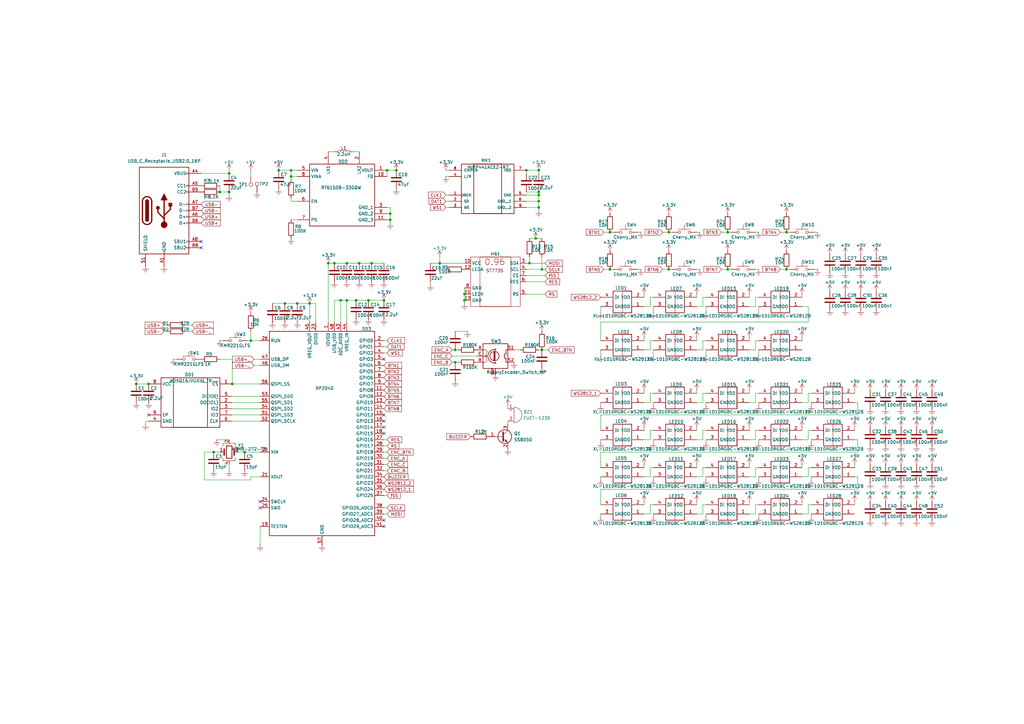
<source format=kicad_sch>
(kicad_sch (version 20250114) (generator "eeschema") (generator_version "9.0")
  (paper "A3")
  (junction (at 55.88 157.48))
  (junction (at 87.63 185.42))
  (junction (at 157.48 123.19))
  (junction (at 119.38 72.39))
  (junction (at 220.98 80.01))
  (junction (at 160.02 87.63))
  (junction (at 322.58 110.49))
  (junction (at 147.32 107.95))
  (junction (at 139.7 123.19))
  (junction (at 102.87 139.7))
  (junction (at 158.75 69.85))
  (junction (at 220.98 78.74))
  (junction (at 219.71 97.79))
  (junction (at 220.98 85.09))
  (junction (at 220.98 82.55))
  (junction (at 142.24 123.19))
  (junction (at 93.98 71.12))
  (junction (at 127 124.46))
  (junction (at 298.45 110.49))
  (junction (at 160.02 90.17))
  (junction (at 151.13 123.19))
  (junction (at 93.98 78.74))
  (junction (at 119.38 69.85))
  (junction (at 215.9 69.85))
  (junction (at 250.19 110.49))
  (junction (at 116.84 124.46))
  (junction (at 142.24 107.95))
  (junction (at 60.96 157.48))
  (junction (at 90.17 78.74))
  (junction (at 114.3 69.85))
  (junction (at 222.25 110.49))
  (junction (at 322.58 95.25))
  (junction (at 222.25 143.51))
  (junction (at 190.5 120.65))
  (junction (at 274.32 110.49))
  (junction (at 121.92 124.46))
  (junction (at 217.17 107.95))
  (junction (at 190.5 123.19))
  (junction (at 180.34 107.95))
  (junction (at 162.56 69.85))
  (junction (at 152.4 107.95))
  (junction (at 146.05 123.19))
  (junction (at 95.25 157.48))
  (junction (at 298.45 95.25))
  (junction (at 137.16 107.95))
  (junction (at 134.62 107.95))
  (junction (at 100.33 185.42))
  (junction (at 186.69 148.59))
  (junction (at 274.32 95.25))
  (junction (at 250.19 95.25))
  (junction (at 186.69 143.51))
  (junction (at 220.98 69.85))
  (no_connect (at 157.48 175.26))
  (no_connect (at 157.48 170.18))
  (no_connect (at 60.96 170.18))
  (no_connect (at 157.48 215.9))
  (no_connect (at 82.55 99.06))
  (no_connect (at 82.55 101.6))
  (no_connect (at 106.68 205.74))
  (no_connect (at 157.48 213.36))
  (no_connect (at 106.68 208.28))
  (no_connect (at 157.48 177.8))
  (no_connect (at 157.48 147.32))
  (no_connect (at 157.48 172.72))
  (wire (pts (xy 285.75 120.65) (xy 285.75 121.92)))
  (wire (pts (xy 102.87 195.58) (xy 106.68 195.58)))
  (wire (pts (xy 311.15 165.1) (xy 311.15 166.37)))
  (wire (pts (xy 271.78 95.25) (xy 274.32 95.25)))
  (wire (pts (xy 83.82 196.85) (xy 83.82 185.42)))
  (wire (pts (xy 289.56 195.58) (xy 289.56 196.85)))
  (wire (pts (xy 186.69 143.51) (xy 187.96 143.51)))
  (wire (pts (xy 264.16 195.58) (xy 266.7 195.58)))
  (wire (pts (xy 220.98 86.36) (xy 220.98 85.09)))
  (wire (pts (xy 119.38 72.39) (xy 121.92 72.39)))
  (wire (pts (xy 350.52 165.1) (xy 351.79 165.1)))
  (wire (pts (xy 114.3 69.85) (xy 119.38 69.85)))
  (wire (pts (xy 320.04 110.49) (xy 322.58 110.49)))
  (wire (pts (xy 328.93 160.02) (xy 328.93 161.29)))
  (wire (pts (xy 264.16 125.73) (xy 266.7 125.73)))
  (wire (pts (xy 90.17 76.2) (xy 90.17 78.74)))
  (wire (pts (xy 271.78 110.49) (xy 274.32 110.49)))
  (wire (pts (xy 331.47 165.1) (xy 331.47 161.29)))
  (wire (pts (xy 215.9 69.85) (xy 215.9 71.12)))
  (wire (pts (xy 144.78 62.23) (xy 147.32 62.23)))
  (wire (pts (xy 266.7 165.1) (xy 266.7 161.29)))
  (wire (pts (xy 220.98 80.01) (xy 220.98 82.55)))
  (wire (pts (xy 309.88 143.51) (xy 309.88 139.7)))
  (wire (pts (xy 76.2 135.89) (xy 78.74 135.89)))
  (wire (pts (xy 307.34 120.65) (xy 307.34 121.92)))
  (wire (pts (xy 55.88 157.48) (xy 60.96 157.48)))
  (wire (pts (xy 287.02 95.25) (xy 285.75 95.25)))
  (wire (pts (xy 83.82 185.42) (xy 87.63 185.42)))
  (wire (pts (xy 142.24 107.95) (xy 147.32 107.95)))
  (wire (pts (xy 266.7 180.34) (xy 266.7 176.53)))
  (wire (pts (xy 102.87 196.85) (xy 102.87 195.58)))
  (wire (pts (xy 311.15 95.25) (xy 309.88 95.25)))
  (wire (pts (xy 111.76 124.46) (xy 116.84 124.46)))
  (wire (pts (xy 351.79 200.66) (xy 246.38 200.66)))
  (wire (pts (xy 185.42 146.05) (xy 195.58 146.05)))
  (wire (pts (xy 217.17 97.79) (xy 219.71 97.79)))
  (wire (pts (xy 158.75 142.24) (xy 157.48 142.24)))
  (wire (pts (xy 180.34 105.41) (xy 180.34 107.95)))
  (wire (pts (xy 288.29 143.51) (xy 288.29 139.7)))
  (wire (pts (xy 328.93 210.82) (xy 331.47 210.82)))
  (wire (pts (xy 90.17 78.74) (xy 93.98 78.74)))
  (wire (pts (xy 309.88 176.53) (xy 311.15 176.53)))
  (wire (pts (xy 182.88 82.55) (xy 184.15 82.55)))
  (wire (pts (xy 223.52 107.95) (xy 217.17 107.95)))
  (wire (pts (xy 264.16 160.02) (xy 264.16 161.29)))
  (wire (pts (xy 222.25 105.41) (xy 222.25 110.49)))
  (wire (pts (xy 222.25 143.51) (xy 220.98 143.51)))
  (wire (pts (xy 119.38 90.17) (xy 121.92 90.17)))
  (wire (pts (xy 288.29 176.53) (xy 289.56 176.53)))
  (wire (pts (xy 328.93 138.43) (xy 328.93 139.7)))
  (wire (pts (xy 158.75 144.78) (xy 157.48 144.78)))
  (wire (pts (xy 220.98 80.01) (xy 220.98 78.74)))
  (wire (pts (xy 331.47 180.34) (xy 331.47 176.53)))
  (wire (pts (xy 350.52 195.58) (xy 351.79 195.58)))
  (wire (pts (xy 158.75 210.82) (xy 157.48 210.82)))
  (wire (pts (xy 158.75 193.04) (xy 157.48 193.04)))
  (wire (pts (xy 158.75 85.09) (xy 160.02 85.09)))
  (wire (pts (xy 285.75 190.5) (xy 285.75 191.77)))
  (wire (pts (xy 246.38 165.1) (xy 246.38 166.37)))
  (wire (pts (xy 59.69 172.72) (xy 60.96 172.72)))
  (wire (pts (xy 288.29 165.1) (xy 288.29 161.29)))
  (wire (pts (xy 158.75 190.5) (xy 157.48 190.5)))
  (wire (pts (xy 332.74 210.82) (xy 332.74 212.09)))
  (wire (pts (xy 351.79 165.1) (xy 351.79 170.18)))
  (wire (pts (xy 121.92 69.85) (xy 119.38 69.85)))
  (wire (pts (xy 119.38 82.55) (xy 119.38 81.28)))
  (wire (pts (xy 266.7 195.58) (xy 266.7 191.77)))
  (wire (pts (xy 289.56 180.34) (xy 289.56 181.61)))
  (wire (pts (xy 266.7 125.73) (xy 266.7 121.92)))
  (wire (pts (xy 185.42 148.59) (xy 186.69 148.59)))
  (wire (pts (xy 322.58 110.49) (xy 323.85 110.49)))
  (wire (pts (xy 309.88 125.73) (xy 309.88 121.92)))
  (wire (pts (xy 215.9 69.85) (xy 220.98 69.85)))
  (wire (pts (xy 307.34 160.02) (xy 307.34 161.29)))
  (wire (pts (xy 137.16 123.19) (xy 139.7 123.19)))
  (wire (pts (xy 350.52 190.5) (xy 350.52 191.77)))
  (wire (pts (xy 93.98 69.85) (xy 93.98 71.12)))
  (wire (pts (xy 309.88 165.1) (xy 309.88 161.29)))
  (wire (pts (xy 331.47 161.29) (xy 332.74 161.29)))
  (wire (pts (xy 267.97 125.73) (xy 267.97 128.27)))
  (wire (pts (xy 158.75 187.96) (xy 157.48 187.96)))
  (wire (pts (xy 262.89 110.49) (xy 261.62 110.49)))
  (wire (pts (xy 287.02 110.49) (xy 285.75 110.49)))
  (wire (pts (xy 289.56 210.82) (xy 289.56 212.09)))
  (wire (pts (xy 267.97 195.58) (xy 267.97 196.85)))
  (wire (pts (xy 285.75 165.1) (xy 288.29 165.1)))
  (wire (pts (xy 139.7 132.08) (xy 139.7 123.19)))
  (wire (pts (xy 119.38 69.85) (xy 119.38 72.39)))
  (wire (pts (xy 311.15 195.58) (xy 311.15 196.85)))
  (wire (pts (xy 247.65 110.49) (xy 250.19 110.49)))
  (wire (pts (xy 264.16 205.74) (xy 264.16 207.01)))
  (wire (pts (xy 67.31 135.89) (xy 68.58 135.89)))
  (wire (pts (xy 217.17 107.95) (xy 215.9 107.95)))
  (wire (pts (xy 158.75 208.28) (xy 157.48 208.28)))
  (wire (pts (xy 93.98 193.04) (xy 93.98 190.5)))
  (wire (pts (xy 134.62 62.23) (xy 137.16 62.23)))
  (wire (pts (xy 158.75 69.85) (xy 158.75 72.39)))
  (wire (pts (xy 139.7 123.19) (xy 142.24 123.19)))
  (wire (pts (xy 328.93 125.73) (xy 331.47 125.73)))
  (wire (pts (xy 288.29 210.82) (xy 288.29 207.01)))
  (wire (pts (xy 223.52 115.57) (xy 215.9 115.57)))
  (wire (pts (xy 264.16 210.82) (xy 266.7 210.82)))
  (wire (pts (xy 71.12 147.32) (xy 72.39 147.32)))
  (wire (pts (xy 351.79 185.42) (xy 246.38 185.42)))
  (wire (pts (xy 158.75 185.42) (xy 157.48 185.42)))
  (wire (pts (xy 246.38 180.34) (xy 246.38 181.61)))
  (wire (pts (xy 160.02 87.63) (xy 160.02 90.17)))
  (wire (pts (xy 102.87 139.7) (xy 106.68 139.7)))
  (wire (pts (xy 247.65 95.25) (xy 250.19 95.25)))
  (wire (pts (xy 331.47 210.82) (xy 331.47 207.01)))
  (wire (pts (xy 309.88 161.29) (xy 311.15 161.29)))
  (wire (pts (xy 288.29 195.58) (xy 288.29 191.77)))
  (wire (pts (xy 88.9 180.34) (xy 93.98 180.34)))
  (wire (pts (xy 311.15 143.51) (xy 311.15 146.05)))
  (wire (pts (xy 151.13 123.19) (xy 157.48 123.19)))
  (wire (pts (xy 101.6 139.7) (xy 102.87 139.7)))
  (wire (pts (xy 351.79 195.58) (xy 351.79 200.66)))
  (wire (pts (xy 266.7 143.51) (xy 266.7 139.7)))
  (wire (pts (xy 309.88 191.77) (xy 311.15 191.77)))
  (wire (pts (xy 289.56 143.51) (xy 289.56 146.05)))
  (wire (pts (xy 106.68 223.52) (xy 106.68 215.9)))
  (wire (pts (xy 100.33 185.42) (xy 106.68 185.42)))
  (wire (pts (xy 267.97 143.51) (xy 267.97 146.05)))
  (wire (pts (xy 90.17 147.32) (xy 95.25 147.32)))
  (wire (pts (xy 307.34 180.34) (xy 309.88 180.34)))
  (wire (pts (xy 137.16 132.08) (xy 137.16 123.19)))
  (wire (pts (xy 331.47 176.53) (xy 332.74 176.53)))
  (wire (pts (xy 182.88 110.49) (xy 180.34 110.49)))
  (wire (pts (xy 288.29 125.73) (xy 288.29 121.92)))
  (wire (pts (xy 264.16 190.5) (xy 264.16 191.77)))
  (wire (pts (xy 307.34 195.58) (xy 309.88 195.58)))
  (wire (pts (xy 246.38 200.66) (xy 246.38 207.01)))
  (wire (pts (xy 104.14 149.86) (xy 106.68 149.86)))
  (wire (pts (xy 285.75 195.58) (xy 288.29 195.58)))
  (wire (pts (xy 76.2 133.35) (xy 78.74 133.35)))
  (wire (pts (xy 307.34 205.74) (xy 307.34 207.01)))
  (wire (pts (xy 104.14 147.32) (xy 106.68 147.32)))
  (wire (pts (xy 331.47 132.08) (xy 246.38 132.08)))
  (wire (pts (xy 160.02 85.09) (xy 160.02 87.63)))
  (wire (pts (xy 311.15 210.82) (xy 311.15 212.09)))
  (wire (pts (xy 285.75 160.02) (xy 285.75 161.29)))
  (wire (pts (xy 309.88 121.92) (xy 311.15 121.92)))
  (wire (pts (xy 331.47 195.58) (xy 331.47 191.77)))
  (wire (pts (xy 266.7 191.77) (xy 267.97 191.77)))
  (wire (pts (xy 95.25 167.64) (xy 106.68 167.64)))
  (wire (pts (xy 158.75 69.85) (xy 162.56 69.85)))
  (wire (pts (xy 331.47 191.77) (xy 332.74 191.77)))
  (wire (pts (xy 67.31 133.35) (xy 68.58 133.35)))
  (wire (pts (xy 134.62 107.95) (xy 137.16 107.95)))
  (wire (pts (xy 266.7 121.92) (xy 267.97 121.92)))
  (wire (pts (xy 190.5 123.19) (xy 190.5 124.46)))
  (wire (pts (xy 335.28 95.25) (xy 334.01 95.25)))
  (wire (pts (xy 59.69 173.99) (xy 59.69 172.72)))
  (wire (pts (xy 264.16 175.26) (xy 264.16 176.53)))
  (wire (pts (xy 311.15 110.49) (xy 309.88 110.49)))
  (wire (pts (xy 332.74 195.58) (xy 332.74 196.85)))
  (wire (pts (xy 298.45 95.25) (xy 299.72 95.25)))
  (wire (pts (xy 246.38 132.08) (xy 246.38 139.7)))
  (wire (pts (xy 119.38 72.39) (xy 119.38 73.66)))
  (wire (pts (xy 307.34 210.82) (xy 309.88 210.82)))
  (wire (pts (xy 208.28 166.37) (xy 208.28 167.64)))
  (wire (pts (xy 129.54 132.08) (xy 129.54 124.46)))
  (wire (pts (xy 176.53 107.95) (xy 180.34 107.95)))
  (wire (pts (xy 95.25 172.72) (xy 106.68 172.72)))
  (wire (pts (xy 121.92 82.55) (xy 119.38 82.55)))
  (wire (pts (xy 223.52 113.03) (xy 215.9 113.03)))
  (wire (pts (xy 250.19 110.49) (xy 251.46 110.49)))
  (wire (pts (xy 307.34 165.1) (xy 309.88 165.1)))
  (wire (pts (xy 285.75 210.82) (xy 288.29 210.82)))
  (wire (pts (xy 182.88 80.01) (xy 184.15 80.01)))
  (wire (pts (xy 350.52 160.02) (xy 350.52 161.29)))
  (wire (pts (xy 328.93 120.65) (xy 328.93 121.92)))
  (wire (pts (xy 328.93 175.26) (xy 328.93 176.53)))
  (wire (pts (xy 285.75 180.34) (xy 288.29 180.34)))
  (wire (pts (xy 295.91 95.25) (xy 298.45 95.25)))
  (wire (pts (xy 264.16 180.34) (xy 266.7 180.34)))
  (wire (pts (xy 309.88 139.7) (xy 311.15 139.7)))
  (wire (pts (xy 350.52 180.34) (xy 351.79 180.34)))
  (wire (pts (xy 267.97 180.34) (xy 267.97 181.61)))
  (wire (pts (xy 97.79 185.42) (xy 100.33 185.42)))
  (wire (pts (xy 215.9 82.55) (xy 220.98 82.55)))
  (wire (pts (xy 266.7 139.7) (xy 267.97 139.7)))
  (wire (pts (xy 298.45 110.49) (xy 299.72 110.49)))
  (wire (pts (xy 311.15 125.73) (xy 311.15 128.27)))
  (wire (pts (xy 266.7 207.01) (xy 267.97 207.01)))
  (wire (pts (xy 309.88 210.82) (xy 309.88 207.01)))
  (wire (pts (xy 307.34 175.26) (xy 307.34 176.53)))
  (wire (pts (xy 335.28 110.49) (xy 334.01 110.49)))
  (wire (pts (xy 87.63 185.42) (xy 90.17 185.42)))
  (wire (pts (xy 264.16 120.65) (xy 264.16 121.92)))
  (wire (pts (xy 309.88 207.01) (xy 311.15 207.01)))
  (wire (pts (xy 142.24 132.08) (xy 142.24 123.19)))
  (wire (pts (xy 309.88 180.34) (xy 309.88 176.53)))
  (wire (pts (xy 328.93 195.58) (xy 331.47 195.58)))
  (wire (pts (xy 285.75 175.26) (xy 285.75 176.53)))
  (wire (pts (xy 328.93 180.34) (xy 331.47 180.34)))
  (wire (pts (xy 307.34 125.73) (xy 309.88 125.73)))
  (wire (pts (xy 102.87 135.89) (xy 102.87 139.7)))
  (wire (pts (xy 309.88 195.58) (xy 309.88 191.77)))
  (wire (pts (xy 213.36 143.51) (xy 210.82 143.51)))
  (wire (pts (xy 307.34 138.43) (xy 307.34 139.7)))
  (wire (pts (xy 146.05 123.19) (xy 151.13 123.19)))
  (wire (pts (xy 121.92 124.46) (xy 127 124.46)))
  (wire (pts (xy 288.29 161.29) (xy 289.56 161.29)))
  (wire (pts (xy 246.38 143.51) (xy 246.38 146.05)))
  (wire (pts (xy 289.56 165.1) (xy 289.56 166.37)))
  (wire (pts (xy 219.71 97.79) (xy 222.25 97.79)))
  (wire (pts (xy 158.75 87.63) (xy 160.02 87.63)))
  (wire (pts (xy 288.29 121.92) (xy 289.56 121.92)))
  (wire (pts (xy 158.75 139.7) (xy 157.48 139.7)))
  (wire (pts (xy 217.17 105.41) (xy 217.17 107.95)))
  (wire (pts (xy 222.25 110.49) (xy 215.9 110.49)))
  (wire (pts (xy 208.28 173.99) (xy 208.28 172.72)))
  (wire (pts (xy 182.88 72.39) (xy 184.15 72.39)))
  (wire (pts (xy 328.93 205.74) (xy 328.93 207.01)))
  (wire (pts (xy 331.47 207.01) (xy 332.74 207.01)))
  (wire (pts (xy 223.52 120.65) (xy 215.9 120.65)))
  (wire (pts (xy 152.4 107.95) (xy 157.48 107.95)))
  (wire (pts (xy 147.32 107.95) (xy 152.4 107.95)))
  (wire (pts (xy 127 124.46) (xy 129.54 124.46)))
  (wire (pts (xy 185.42 143.51) (xy 186.69 143.51)))
  (wire (pts (xy 332.74 165.1) (xy 332.74 166.37)))
  (wire (pts (xy 328.93 165.1) (xy 331.47 165.1)))
  (wire (pts (xy 274.32 95.25) (xy 275.59 95.25)))
  (wire (pts (xy 95.25 162.56) (xy 106.68 162.56)))
  (wire (pts (xy 295.91 110.49) (xy 298.45 110.49)))
  (wire (pts (xy 186.69 148.59) (xy 187.96 148.59)))
  (wire (pts (xy 322.58 95.25) (xy 323.85 95.25)))
  (wire (pts (xy 158.75 90.17) (xy 160.02 90.17)))
  (wire (pts (xy 266.7 210.82) (xy 266.7 207.01)))
  (wire (pts (xy 182.88 85.09) (xy 184.15 85.09)))
  (wire (pts (xy 264.16 138.43) (xy 264.16 139.7)))
  (wire (pts (xy 220.98 85.09) (xy 220.98 82.55)))
  (wire (pts (xy 190.5 120.65) (xy 190.5 123.19)))
  (wire (pts (xy 127 124.46) (xy 127 132.08)))
  (wire (pts (xy 351.79 170.18) (xy 246.38 170.18)))
  (wire (pts (xy 285.75 143.51) (xy 288.29 143.51)))
  (wire (pts (xy 95.25 157.48) (xy 106.68 157.48)))
  (wire (pts (xy 160.02 90.17) (xy 160.02 91.44)))
  (wire (pts (xy 351.79 180.34) (xy 351.79 185.42)))
  (wire (pts (xy 266.7 161.29) (xy 267.97 161.29)))
  (wire (pts (xy 102.87 69.85) (xy 102.87 72.39)))
  (wire (pts (xy 264.16 143.51) (xy 266.7 143.51)))
  (wire (pts (xy 222.25 143.51) (xy 224.79 143.51)))
  (wire (pts (xy 311.15 180.34) (xy 311.15 181.61)))
  (wire (pts (xy 95.25 170.18) (xy 106.68 170.18)))
  (wire (pts (xy 288.29 139.7) (xy 289.56 139.7)))
  (wire (pts (xy 320.04 95.25) (xy 322.58 95.25)))
  (wire (pts (xy 285.75 125.73) (xy 288.29 125.73)))
  (wire (pts (xy 246.38 125.73) (xy 246.38 128.27)))
  (wire (pts (xy 176.53 115.57) (xy 176.53 116.84)))
  (wire (pts (xy 191.77 135.89) (xy 186.69 135.89)))
  (wire (pts (xy 142.24 123.19) (xy 146.05 123.19)))
  (wire (pts (xy 93.98 80.01) (xy 93.98 78.74)))
  (wire (pts (xy 331.47 125.73) (xy 331.47 132.08)))
  (wire (pts (xy 190.5 118.11) (xy 190.5 120.65)))
  (wire (pts (xy 182.88 69.85) (xy 184.15 69.85)))
  (wire (pts (xy 274.32 110.49) (xy 275.59 110.49)))
  (wire (pts (xy 288.29 191.77) (xy 289.56 191.77)))
  (wire (pts (xy 93.98 71.12) (xy 82.55 71.12)))
  (wire (pts (xy 90.17 139.7) (xy 91.44 139.7)))
  (wire (pts (xy 95.25 147.32) (xy 95.25 157.48)))
  (wire (pts (xy 180.34 110.49) (xy 180.34 107.95)))
  (wire (pts (xy 246.38 210.82) (xy 246.38 212.09)))
  (wire (pts (xy 215.9 85.09) (xy 220.98 85.09)))
  (wire (pts (xy 288.29 180.34) (xy 288.29 176.53)))
  (wire (pts (xy 220.98 69.85) (xy 220.98 71.12)))
  (wire (pts (xy 246.38 185.42) (xy 246.38 191.77)))
  (wire (pts (xy 158.75 180.34) (xy 157.48 180.34)))
  (wire (pts (xy 307.34 143.51) (xy 309.88 143.51)))
  (wire (pts (xy 158.75 203.2) (xy 157.48 203.2)))
  (wire (pts (xy 116.84 124.46) (xy 121.92 124.46)))
  (wire (pts (xy 250.19 95.25) (xy 251.46 95.25)))
  (wire (pts (xy 223.52 110.49) (xy 222.25 110.49)))
  (wire (pts (xy 285.75 205.74) (xy 285.75 207.01)))
  (wire (pts (xy 289.56 125.73) (xy 289.56 128.27)))
  (wire (pts (xy 158.75 182.88) (xy 157.48 182.88)))
  (wire (pts (xy 262.89 95.25) (xy 261.62 95.25)))
  (wire (pts (xy 215.9 78.74) (xy 220.98 78.74)))
  (wire (pts (xy 350.52 205.74) (xy 350.52 207.01)))
  (wire (pts (xy 215.9 80.01) (xy 220.98 80.01)))
  (wire (pts (xy 288.29 207.01) (xy 289.56 207.01)))
  (wire (pts (xy 134.62 107.95) (xy 134.62 132.08)))
  (wire (pts (xy 137.16 107.95) (xy 142.24 107.95)))
  (wire (pts (xy 102.87 196.85) (xy 83.82 196.85)))
  (wire (pts (xy 180.34 107.95) (xy 190.5 107.95)))
  (wire (pts (xy 350.52 175.26) (xy 350.52 176.53)))
  (wire (pts (xy 95.25 165.1) (xy 106.68 165.1)))
  (wire (pts (xy 307.34 190.5) (xy 307.34 191.77)))
  (wire (pts (xy 246.38 170.18) (xy 246.38 176.53)))
  (wire (pts (xy 264.16 165.1) (xy 266.7 165.1)))
  (wire (pts (xy 267.97 210.82) (xy 267.97 212.09)))
  (wire (pts (xy 328.93 190.5) (xy 328.93 191.77)))
  (wire (pts (xy 285.75 138.43) (xy 285.75 139.7)))
  (wire (pts (xy 332.74 180.34) (xy 332.74 181.61)))
  (wire (pts (xy 266.7 176.53) (xy 267.97 176.53)))
  (wire (pts (xy 246.38 195.58) (xy 246.38 196.85)))
  (wire (pts (xy 267.97 165.1) (xy 267.97 166.37)))
  (global_label "USB-_" (shape input) (at 78.74 135.89 0) (property "Intersheetrefs" "${INTERSHEET_REFS}" (effects (hide yes))))
  (global_label "BTN2" (shape input) (at 157.48 152.4 0) (property "Intersheetrefs" "${INTERSHEET_REFS}" (effects (hide yes))))
  (global_label "USB-_" (shape input) (at 104.14 149.86 180) (property "Intersheetrefs" "${INTERSHEET_REFS}" (effects (hide yes))))
  (global_label "BTN1" (shape input) (at 247.65 95.25 180) (property "Intersheetrefs" "${INTERSHEET_REFS}" (effects (hide yes))))
  (global_label "BTN6" (shape input) (at 271.78 110.49 180) (property "Intersheetrefs" "${INTERSHEET_REFS}" (effects (hide yes))))
  (global_label "USB-" (shape input) (at 67.31 135.89 180) (property "Intersheetrefs" "${INTERSHEET_REFS}" (effects (hide yes))))
  (global_label "WS1" (shape input) (at 158.75 144.78 0) (property "Intersheetrefs" "${INTERSHEET_REFS}" (effects (hide yes))))
  (global_label "BUZZER" (shape input) (at 157.48 195.58 0) (property "Intersheetrefs" "${INTERSHEET_REFS}" (effects (hide yes))))
  (global_label "!SS" (shape input) (at 223.52 113.03 0) (property "Intersheetrefs" "${INTERSHEET_REFS}" (effects (hide yes))))
  (global_label "SCLK" (shape input) (at 158.75 208.28 0) (property "Intersheetrefs" "${INTERSHEET_REFS}" (effects (hide yes))))
  (global_label "USB+" (shape input) (at 82.55 91.44 0) (property "Intersheetrefs" "${INTERSHEET_REFS}" (effects (hide yes))))
  (global_label "BTN8" (shape input) (at 320.04 110.49 180) (property "Intersheetrefs" "${INTERSHEET_REFS}" (effects (hide yes))))
  (global_label "USB-" (shape input) (at 82.55 86.36 0) (property "Intersheetrefs" "${INTERSHEET_REFS}" (effects (hide yes))))
  (global_label "!SS" (shape input) (at 158.75 203.2 0) (property "Intersheetrefs" "${INTERSHEET_REFS}" (effects (hide yes))))
  (global_label "USB-" (shape input) (at 82.55 83.82 0) (property "Intersheetrefs" "${INTERSHEET_REFS}" (effects (hide yes))))
  (global_label "BTN5" (shape input) (at 247.65 110.49 180) (property "Intersheetrefs" "${INTERSHEET_REFS}" (effects (hide yes))))
  (global_label "WS2812_2" (shape input) (at 246.38 121.92 180) (property "Intersheetrefs" "${INTERSHEET_REFS}" (effects (hide yes))))
  (global_label "RES" (shape input) (at 158.75 180.34 0) (property "Intersheetrefs" "${INTERSHEET_REFS}" (effects (hide yes))))
  (global_label "BTN8" (shape input) (at 157.48 167.64 0) (property "Intersheetrefs" "${INTERSHEET_REFS}" (effects (hide yes))))
  (global_label "RS" (shape input) (at 158.75 182.88 0) (property "Intersheetrefs" "${INTERSHEET_REFS}" (effects (hide yes))))
  (global_label "ENC_C" (shape input) (at 185.42 146.05 180) (property "Intersheetrefs" "${INTERSHEET_REFS}" (effects (hide yes))))
  (global_label "BTN7" (shape input) (at 295.91 110.49 180) (property "Intersheetrefs" "${INTERSHEET_REFS}" (effects (hide yes))))
  (global_label "ENC_B" (shape input) (at 185.42 148.59 180) (property "Intersheetrefs" "${INTERSHEET_REFS}" (effects (hide yes))))
  (global_label "BTN1" (shape input) (at 157.48 149.86 0) (property "Intersheetrefs" "${INTERSHEET_REFS}" (effects (hide yes))))
  (global_label "ENC_A" (shape input) (at 158.75 187.96 0) (property "Intersheetrefs" "${INTERSHEET_REFS}" (effects (hide yes))))
  (global_label "ENC_BTN" (shape input) (at 224.79 143.51 0) (property "Intersheetrefs" "${INTERSHEET_REFS}" (effects (hide yes))))
  (global_label "ENC_C" (shape input) (at 158.75 190.5 0) (property "Intersheetrefs" "${INTERSHEET_REFS}" (effects (hide yes))))
  (global_label "BTN3" (shape input) (at 295.91 95.25 180) (property "Intersheetrefs" "${INTERSHEET_REFS}" (effects (hide yes))))
  (global_label "RES" (shape input) (at 223.52 115.57 0) (property "Intersheetrefs" "${INTERSHEET_REFS}" (effects (hide yes))))
  (global_label "MOSI" (shape input) (at 223.52 107.95 0) (property "Intersheetrefs" "${INTERSHEET_REFS}" (effects (hide yes))))
  (global_label "CLK1" (shape input) (at 182.88 80.01 180) (property "Intersheetrefs" "${INTERSHEET_REFS}" (effects (hide yes))))
  (global_label "BTN6" (shape input) (at 157.48 162.56 0) (property "Intersheetrefs" "${INTERSHEET_REFS}" (effects (hide yes))))
  (global_label "BTN3" (shape input) (at 157.48 154.94 0) (property "Intersheetrefs" "${INTERSHEET_REFS}" (effects (hide yes))))
  (global_label "BTN5" (shape input) (at 157.48 160.02 0) (property "Intersheetrefs" "${INTERSHEET_REFS}" (effects (hide yes))))
  (global_label "SCLK" (shape input) (at 223.52 110.49 0) (property "Intersheetrefs" "${INTERSHEET_REFS}" (effects (hide yes))))
  (global_label "BTN2" (shape input) (at 271.78 95.25 180) (property "Intersheetrefs" "${INTERSHEET_REFS}" (effects (hide yes))))
  (global_label "BUZZER" (shape input) (at 193.04 179.07 180) (property "Intersheetrefs" "${INTERSHEET_REFS}" (effects (hide yes))))
  (global_label "BTN4" (shape input) (at 157.48 157.48 0) (property "Intersheetrefs" "${INTERSHEET_REFS}" (effects (hide yes))))
  (global_label "WS2812_1" (shape input) (at 246.38 161.29 180) (property "Intersheetrefs" "${INTERSHEET_REFS}" (effects (hide yes))))
  (global_label "USB+_" (shape input) (at 78.74 133.35 0) (property "Intersheetrefs" "${INTERSHEET_REFS}" (effects (hide yes))))
  (global_label "MOSI" (shape input) (at 158.75 210.82 0) (property "Intersheetrefs" "${INTERSHEET_REFS}" (effects (hide yes))))
  (global_label "RS" (shape input) (at 223.52 120.65 0) (property "Intersheetrefs" "${INTERSHEET_REFS}" (effects (hide yes))))
  (global_label "ENC_B" (shape input) (at 158.75 193.04 0) (property "Intersheetrefs" "${INTERSHEET_REFS}" (effects (hide yes))))
  (global_label "WS1" (shape input) (at 182.88 85.09 180) (property "Intersheetrefs" "${INTERSHEET_REFS}" (effects (hide yes))))
  (global_label "USB+" (shape input) (at 67.31 133.35 180) (property "Intersheetrefs" "${INTERSHEET_REFS}" (effects (hide yes))))
  (global_label "WS2812_2" (shape input) (at 157.48 198.12 0) (property "Intersheetrefs" "${INTERSHEET_REFS}" (effects (hide yes))))
  (global_label "ENC_BTN" (shape input) (at 158.75 185.42 0) (property "Intersheetrefs" "${INTERSHEET_REFS}" (effects (hide yes))))
  (global_label "BTN7" (shape input) (at 157.48 165.1 0) (property "Intersheetrefs" "${INTERSHEET_REFS}" (effects (hide yes))))
  (global_label "DAT1" (shape input) (at 182.88 82.55 180) (property "Intersheetrefs" "${INTERSHEET_REFS}" (effects (hide yes))))
  (global_label "WS2812_1" (shape input) (at 157.48 200.66 0) (property "Intersheetrefs" "${INTERSHEET_REFS}" (effects (hide yes))))
  (global_label "ENC_A" (shape input) (at 185.42 143.51 180) (property "Intersheetrefs" "${INTERSHEET_REFS}" (effects (hide yes))))
  (global_label "USB+_" (shape input) (at 104.14 147.32 180) (property "Intersheetrefs" "${INTERSHEET_REFS}" (effects (hide yes))))
  (global_label "USB+" (shape input) (at 82.55 88.9 0) (property "Intersheetrefs" "${INTERSHEET_REFS}" (effects (hide yes))))
  (global_label "CLK1" (shape input) (at 158.75 139.7 0) (property "Intersheetrefs" "${INTERSHEET_REFS}" (effects (hide yes))))
  (global_label "BTN4" (shape input) (at 320.04 95.25 180) (property "Intersheetrefs" "${INTERSHEET_REFS}" (effects (hide yes))))
  (global_label "DAT1" (shape input) (at 158.75 142.24 0) (property "Intersheetrefs" "${INTERSHEET_REFS}" (effects (hide yes))))
  (symbol (lib_id "power:+2V8") (at 93.98 69.85 0) (unit 1)
    (property "Reference" "#PWR011" (effects (hide yes)))
    (property "Value" "+5V" (at 93.726 66.548 0))
    (property "Description" "Power symbol creates a global label with name \"+2V8\"" (effects (hide yes)))
  )
  (symbol (lib_id "power:Earth") (at 137.16 115.57 0) (unit 1)
    (property "Reference" "#PWR028" (effects (hide yes)))
    (property "Value" "Earth" (effects (hide yes)))
    (property "Description" "Power symbol creates a global label with name \"Earth\"" (effects (hide yes)))
  )
  (symbol (lib_id "Device:Crystal_GND24") (at 93.98 185.42 0) (unit 1)
    (property "Reference" "Y1" (at 98.806 182.626 0))
    (property "Value" "ABM8-272-T3" (at 102.108 184.15 0))
    (property "Footprint" "Crystal:Crystal_SMD_3225-4Pin_3.2x2.5mm" (effects (hide yes)))
    (property "Description" "Four pin crystal, GND on pins 2 and 4" (effects (hide yes)))
  )
  (symbol (lib_id "Device:C") (at 375.92 179.07 0) (unit 1)
    (property "Reference" "C46" (at 376.682 177.038 0) (effects (justify left)))
    (property "Value" "100nF" (at 376.428 181.356 0) (effects (justify left)))
    (property "Footprint" "Capacitor_SMD:C_0402_1005Metric" (effects (hide yes)))
    (property "Description" "Unpolarized capacitor" (effects (hide yes)))
  )
  (symbol (lib_id "Device:C") (at 55.88 161.29 0) (unit 1)
    (property "Reference" "C1" (at 56.642 159.258 0) (effects (justify left)))
    (property "Value" "100nF" (at 56.388 163.576 0) (effects (justify left)))
    (property "Footprint" "Capacitor_SMD:C_0201_0603Metric" (effects (hide yes)))
    (property "Description" "Unpolarized capacitor" (effects (hide yes)))
  )
  (symbol (lib_id "power:Earth") (at 146.05 130.81 0) (unit 1)
    (property "Reference" "#PWR030" (effects (hide yes)))
    (property "Value" "Earth" (effects (hide yes)))
    (property "Description" "Power symbol creates a global label with name \"Earth\"" (effects (hide yes)))
  )
  (symbol (lib_id "power:Earth") (at 287.02 110.49 0) (unit 1)
    (property "Reference" "#PWR087" (effects (hide yes)))
    (property "Value" "Earth" (effects (hide yes)))
    (property "Description" "Power symbol creates a global label with name \"Earth\"" (effects (hide yes)))
  )
  (symbol (lib_id "power:Earth") (at 311.15 181.61 0) (unit 1)
    (property "Reference" "#PWR0107" (effects (hide yes)))
    (property "Value" "Earth" (effects (hide yes)))
    (property "Description" "Power symbol creates a global label with name \"Earth\"" (effects (hide yes)))
  )
  (symbol (lib_id "XL-1010RGBC-WS2812B:XL-1010RGBC-WS2812B") (at 311.15 161.29 0) (unit 1)
    (property "Reference" "LED21" (at 320.548 157.734 0))
    (property "Value" "XL-1010RGBC-WS2812B" (at 320.548 168.91 0))
    (property "Footprint" "XL-1010RGBC-WS2812B:XL1010RGBCWS2812B" (effects (hide yes)))
    (property "Datasheet" "https://datasheet.lcsc.com/lcsc/2301111010_XINGLIGHT-XL-1010RGBC-WS2812B_C5349953.pdf" (effects (hide yes)))
    (property "Description" "1010 Light Emitting Diodes (LED) ROHS" (effects (hide yes)))
    (property "Height" "0.8" (effects (hide yes)))
    (property "Manufacturer_Name" "XINGLIGHT" (effects (hide yes)))
    (property "Manufacturer_Part_Number" "XL-1010RGBC-WS2812B" (effects (hide yes)))
  )
  (symbol (lib_id "power:Earth") (at 359.41 111.76 0) (unit 1)
    (property "Reference" "#PWR0149" (effects (hide yes)))
    (property "Value" "Earth" (effects (hide yes)))
    (property "Description" "Power symbol creates a global label with name \"Earth\"" (effects (hide yes)))
  )
  (symbol (lib_id "Device:C") (at 142.24 111.76 0) (unit 1)
    (property "Reference" "C11" (at 143.002 109.728 0) (effects (justify left)))
    (property "Value" "100nF" (at 142.748 114.046 0) (effects (justify left)))
    (property "Footprint" "Capacitor_SMD:C_0201_0603Metric" (effects (hide yes)))
    (property "Description" "Unpolarized capacitor" (effects (hide yes)))
  )
  (symbol (lib_id "Device:C") (at 151.13 127 0) (unit 1)
    (property "Reference" "C14" (at 151.892 124.968 0) (effects (justify left)))
    (property "Value" "100nF" (at 151.638 129.286 0) (effects (justify left)))
    (property "Footprint" "Capacitor_SMD:C_0201_0603Metric" (effects (hide yes)))
    (property "Description" "Unpolarized capacitor" (effects (hide yes)))
  )
  (symbol (lib_id "power:Earth") (at 335.28 110.49 0) (unit 1)
    (property "Reference" "#PWR0123" (effects (hide yes)))
    (property "Value" "Earth" (effects (hide yes)))
    (property "Description" "Power symbol creates a global label with name \"Earth\"" (effects (hide yes)))
  )
  (symbol (lib_id "power:+3.3V") (at 369.57 205.74 0) (unit 1)
    (property "Reference" "#PWR0128" (effects (hide yes)))
    (property "Value" "+5V" (at 369.57 202.184 0))
    (property "Description" "Power symbol creates a global label with name \"+3.3V\"" (effects (hide yes)))
  )
  (symbol (lib_id "power:Earth") (at 369.57 198.12 0) (unit 1)
    (property "Reference" "#PWR0165" (effects (hide yes)))
    (property "Value" "Earth" (effects (hide yes)))
    (property "Description" "Power symbol creates a global label with name \"Earth\"" (effects (hide yes)))
  )
  (symbol (lib_id "power:+3.3V") (at 340.36 119.38 0) (unit 1)
    (property "Reference" "#PWR0178" (effects (hide yes)))
    (property "Value" "+5V" (at 340.36 115.824 0))
    (property "Description" "Power symbol creates a global label with name \"+3.3V\"" (effects (hide yes)))
  )
  (symbol (lib_id "power:+3.3V") (at 274.32 87.63 0) (mirror y) (unit 1)
    (property "Reference" "#PWR078" (effects (hide yes)))
    (property "Value" "+3.3V" (at 274.32 84.074 0))
    (property "Description" "Power symbol creates a global label with name \"+3.3V\"" (effects (hide yes)))
  )
  (symbol (lib_id "power:Earth") (at 119.38 97.79 0) (unit 1)
    (property "Reference" "#PWR023" (effects (hide yes)))
    (property "Value" "Earth" (effects (hide yes)))
    (property "Description" "Power symbol creates a global label with name \"Earth\"" (effects (hide yes)))
  )
  (symbol (lib_id "XL-1010RGBC-WS2812B:XL-1010RGBC-WS2812B") (at 332.74 176.53 0) (unit 1)
    (property "Reference" "LED26" (at 342.138 172.974 0))
    (property "Value" "XL-1010RGBC-WS2812B" (at 342.138 184.15 0))
    (property "Footprint" "XL-1010RGBC-WS2812B:XL1010RGBCWS2812B" (effects (hide yes)))
    (property "Datasheet" "https://datasheet.lcsc.com/lcsc/2301111010_XINGLIGHT-XL-1010RGBC-WS2812B_C5349953.pdf" (effects (hide yes)))
    (property "Description" "1010 Light Emitting Diodes (LED) ROHS" (effects (hide yes)))
    (property "Height" "0.8" (effects (hide yes)))
    (property "Manufacturer_Name" "XINGLIGHT" (effects (hide yes)))
    (property "Manufacturer_Part_Number" "XL-1010RGBC-WS2812B" (effects (hide yes)))
  )
  (symbol (lib_id "Device:C") (at 375.92 194.31 0) (unit 1)
    (property "Reference" "C47" (at 376.682 192.278 0) (effects (justify left)))
    (property "Value" "100nF" (at 376.428 196.596 0) (effects (justify left)))
    (property "Footprint" "Capacitor_SMD:C_0402_1005Metric" (effects (hide yes)))
    (property "Description" "Unpolarized capacitor" (effects (hide yes)))
  )
  (symbol (lib_id "Device:C") (at 220.98 74.93 0) (unit 1)
    (property "Reference" "C23" (at 221.742 72.898 0) (effects (justify left)))
    (property "Value" "2.2uF" (at 221.488 76.962 0) (effects (justify left)))
    (property "Footprint" "Capacitor_SMD:C_0402_1005Metric" (effects (hide yes)))
    (property "Description" "Unpolarized capacitor" (effects (hide yes)))
  )
  (symbol (lib_id "Device:C") (at 100.33 189.23 0) (unit 1)
    (property "Reference" "C5" (at 101.092 187.198 0) (effects (justify left)))
    (property "Value" "15pF" (at 100.838 191.516 0) (effects (justify left)))
    (property "Footprint" "Capacitor_SMD:C_0201_0603Metric" (effects (hide yes)))
    (property "Description" "Unpolarized capacitor" (effects (hide yes)))
  )
  (symbol (lib_id "XL-1010RGBC-WS2812B:XL-1010RGBC-WS2812B") (at 267.97 191.77 0) (unit 1)
    (property "Reference" "LED11" (at 277.368 188.214 0))
    (property "Value" "XL-1010RGBC-WS2812B" (at 277.114 199.39 0))
    (property "Footprint" "XL-1010RGBC-WS2812B:XL1010RGBCWS2812B" (effects (hide yes)))
    (property "Datasheet" "https://datasheet.lcsc.com/lcsc/2301111010_XINGLIGHT-XL-1010RGBC-WS2812B_C5349953.pdf" (effects (hide yes)))
    (property "Description" "1010 Light Emitting Diodes (LED) ROHS" (effects (hide yes)))
    (property "Height" "0.8" (effects (hide yes)))
    (property "Manufacturer_Name" "XINGLIGHT" (effects (hide yes)))
    (property "Manufacturer_Part_Number" "XL-1010RGBC-WS2812B" (effects (hide yes)))
  )
  (symbol (lib_id "Switch:SW_Push") (at 328.93 110.49 0) (mirror y) (unit 1)
    (property "Reference" "SW11" (at 331.47 107.442 0))
    (property "Value" "Cherry_MX" (at 328.93 112.522 0))
    (property "Footprint" "PCM_Switch_Keyboard_Cherry_MX:SW_Cherry_MX_PCB_1.00u" (effects (hide yes)))
    (property "Description" "Push button switch, generic, two pins" (effects (hide yes)))
  )
  (symbol (lib_id "Transistor_BJT:SS8050") (at 205.74 179.07 0) (unit 1)
    (property "Reference" "Q1" (at 210.82 177.8 0) (effects (justify left)))
    (property "Value" "SS8050" (at 210.82 180.34 0) (effects (justify left)))
    (property "Footprint" "Package_TO_SOT_SMD:SOT-23" (effects (hide yes)))
    (property "Datasheet" "http://www.secosgmbh.com/datasheet/products/SSMPTransistor/SOT-23/SS8050.pdf" (effects (hide yes)))
    (property "Description" "General Purpose NPN Transistor, 1.5A Ic, 25V Vce, SOT-23" (effects (hide yes)))
  )
  (symbol (lib_id "power:+3.3V") (at 219.71 97.79 0) (unit 1)
    (property "Reference" "#PWR051" (effects (hide yes)))
    (property "Value" "+3.3V" (at 219.71 94.234 0))
    (property "Description" "Power symbol creates a global label with name \"+3.3V\"" (effects (hide yes)))
  )
  (symbol (lib_id "XL-1010RGBC-WS2812B:XL-1010RGBC-WS2812B") (at 246.38 207.01 0) (unit 1)
    (property "Reference" "LED6" (at 254.762 203.2 0))
    (property "Value" "XL-1010RGBC-WS2812B" (at 255.27 214.63 0))
    (property "Footprint" "XL-1010RGBC-WS2812B:XL1010RGBCWS2812B" (effects (hide yes)))
    (property "Datasheet" "https://datasheet.lcsc.com/lcsc/2301111010_XINGLIGHT-XL-1010RGBC-WS2812B_C5349953.pdf" (effects (hide yes)))
    (property "Description" "1010 Light Emitting Diodes (LED) ROHS" (effects (hide yes)))
    (property "Height" "0.8" (effects (hide yes)))
    (property "Manufacturer_Name" "XINGLIGHT" (effects (hide yes)))
    (property "Manufacturer_Part_Number" "XL-1010RGBC-WS2812B" (effects (hide yes)))
  )
  (symbol (lib_id "power:Earth") (at 191.77 135.89 0) (unit 1)
    (property "Reference" "#PWR046" (effects (hide yes)))
    (property "Value" "Earth" (effects (hide yes)))
    (property "Description" "Power symbol creates a global label with name \"Earth\"" (effects (hide yes)))
  )
  (symbol (lib_id "power:Earth") (at 311.15 196.85 0) (unit 1)
    (property "Reference" "#PWR0108" (effects (hide yes)))
    (property "Value" "Earth" (effects (hide yes)))
    (property "Description" "Power symbol creates a global label with name \"Earth\"" (effects (hide yes)))
  )
  (symbol (lib_id "power:+3.3V") (at 359.41 119.38 0) (unit 1)
    (property "Reference" "#PWR0184" (effects (hide yes)))
    (property "Value" "+5V" (at 359.41 115.824 0))
    (property "Description" "Power symbol creates a global label with name \"+3.3V\"" (effects (hide yes)))
  )
  (symbol (lib_id "power:Earth") (at 142.24 115.57 0) (unit 1)
    (property "Reference" "#PWR029" (effects (hide yes)))
    (property "Value" "Earth" (effects (hide yes)))
    (property "Description" "Power symbol creates a global label with name \"Earth\"" (effects (hide yes)))
  )
  (symbol (lib_id "power:Earth") (at 246.38 166.37 0) (unit 1)
    (property "Reference" "#PWR058" (effects (hide yes)))
    (property "Value" "Earth" (effects (hide yes)))
    (property "Description" "Power symbol creates a global label with name \"Earth\"" (effects (hide yes)))
  )
  (symbol (lib_id "power:+3.3V") (at 307.34 190.5 0) (unit 1)
    (property "Reference" "#PWR0100" (effects (hide yes)))
    (property "Value" "+5V" (at 307.34 186.944 0))
    (property "Description" "Power symbol creates a global label with name \"+3.3V\"" (effects (hide yes)))
  )
  (symbol (lib_id "power:+2V8") (at 102.87 128.27 0) (unit 1)
    (property "Reference" "#PWR016" (effects (hide yes)))
    (property "Value" "+3.3V" (at 102.87 124.968 0))
    (property "Description" "Power symbol creates a global label with name \"+2V8\"" (effects (hide yes)))
  )
  (symbol (lib_id "power:Earth") (at 375.92 167.64 0) (unit 1)
    (property "Reference" "#PWR0169" (effects (hide yes)))
    (property "Value" "Earth" (effects (hide yes)))
    (property "Description" "Power symbol creates a global label with name \"Earth\"" (effects (hide yes)))
  )
  (symbol (lib_id "power:+3.3V") (at 328.93 205.74 0) (unit 1)
    (property "Reference" "#PWR0117" (effects (hide yes)))
    (property "Value" "+5V" (at 328.93 202.184 0))
    (property "Description" "Power symbol creates a global label with name \"+3.3V\"" (effects (hide yes)))
  )
  (symbol (lib_id "power:Earth") (at 332.74 196.85 0) (unit 1)
    (property "Reference" "#PWR0120" (effects (hide yes)))
    (property "Value" "Earth" (effects (hide yes)))
    (property "Description" "Power symbol creates a global label with name \"Earth\"" (effects (hide yes)))
  )
  (symbol (lib_id "power:Earth") (at 60.96 165.1 0) (unit 1)
    (property "Reference" "#PWR05" (effects (hide yes)))
    (property "Value" "Earth" (effects (hide yes)))
    (property "Description" "Power symbol creates a global label with name \"Earth\"" (effects (hide yes)))
  )
  (symbol (lib_id "Device:C") (at 116.84 128.27 0) (unit 1)
    (property "Reference" "C8" (at 117.602 126.238 0) (effects (justify left)))
    (property "Value" "2.2uF" (at 117.348 130.302 0) (effects (justify left)))
    (property "Footprint" "Capacitor_SMD:C_0402_1005Metric" (effects (hide yes)))
    (property "Description" "Unpolarized capacitor" (effects (hide yes)))
  )
  (symbol (lib_id "power:Earth") (at 176.53 116.84 0) (unit 1)
    (property "Reference" "#PWR040" (effects (hide yes)))
    (property "Value" "Earth" (effects (hide yes)))
    (property "Description" "Power symbol creates a global label with name \"Earth\"" (effects (hide yes)))
  )
  (symbol (lib_id "power:Earth") (at 340.36 127 0) (unit 1)
    (property "Reference" "#PWR0127" (effects (hide yes)))
    (property "Value" "Earth" (effects (hide yes)))
    (property "Description" "Power symbol creates a global label with name \"Earth\"" (effects (hide yes)))
  )
  (symbol (lib_id "power:+3.3V") (at 274.32 102.87 0) (mirror y) (unit 1)
    (property "Reference" "#PWR079" (effects (hide yes)))
    (property "Value" "+3.3V" (at 274.32 99.314 0))
    (property "Description" "Power symbol creates a global label with name \"+3.3V\"" (effects (hide yes)))
  )
  (symbol (lib_id "power:Earth") (at 363.22 213.36 0) (unit 1)
    (property "Reference" "#PWR0159" (effects (hide yes)))
    (property "Value" "Earth" (effects (hide yes)))
    (property "Description" "Power symbol creates a global label with name \"Earth\"" (effects (hide yes)))
  )
  (symbol (lib_id "power:+2V8") (at 127 124.46 0) (unit 1)
    (property "Reference" "#PWR025" (effects (hide yes)))
    (property "Value" "+1.1V" (at 127 121.158 0))
    (property "Description" "Power symbol creates a global label with name \"+2V8\"" (effects (hide yes)))
  )
  (symbol (lib_id "power:+3.3V") (at 322.58 87.63 0) (mirror y) (unit 1)
    (property "Reference" "#PWR0110" (effects (hide yes)))
    (property "Value" "+3.3V" (at 322.58 84.074 0))
    (property "Description" "Power symbol creates a global label with name \"+3.3V\"" (effects (hide yes)))
  )
  (symbol (lib_id "power:+3.3V") (at 363.22 160.02 0) (unit 1)
    (property "Reference" "#PWR0160" (effects (hide yes)))
    (property "Value" "+5V" (at 363.22 156.464 0))
    (property "Description" "Power symbol creates a global label with name \"+3.3V\"" (effects (hide yes)))
  )
  (symbol (lib_id "power:Earth") (at 369.57 213.36 0) (unit 1)
    (property "Reference" "#PWR0167" (effects (hide yes)))
    (property "Value" "Earth" (effects (hide yes)))
    (property "Description" "Power symbol creates a global label with name \"Earth\"" (effects (hide yes)))
  )
  (symbol (lib_id "power:+3.3V") (at 298.45 102.87 0) (mirror y) (unit 1)
    (property "Reference" "#PWR095" (effects (hide yes)))
    (property "Value" "+3.3V" (at 298.45 99.314 0))
    (property "Description" "Power symbol creates a global label with name \"+3.3V\"" (effects (hide yes)))
  )
  (symbol (lib_id "power:+3.3V") (at 369.57 190.5 0) (unit 1)
    (property "Reference" "#PWR0142" (effects (hide yes)))
    (property "Value" "+5V" (at 369.57 186.944 0))
    (property "Description" "Power symbol creates a global label with name \"+3.3V\"" (effects (hide yes)))
  )
  (symbol (lib_id "power:+3.3V") (at 369.57 175.26 0) (unit 1)
    (property "Reference" "#PWR0152" (effects (hide yes)))
    (property "Value" "+5V" (at 369.57 171.704 0))
    (property "Description" "Power symbol creates a global label with name \"+3.3V\"" (effects (hide yes)))
  )
  (symbol (lib_id "power:Earth") (at 147.32 115.57 0) (unit 1)
    (property "Reference" "#PWR031" (effects (hide yes)))
    (property "Value" "Earth" (effects (hide yes)))
    (property "Description" "Power symbol creates a global label with name \"Earth\"" (effects (hide yes)))
  )
  (symbol (lib_id "INMP441ACEZ-R7:INMP441ACEZ-R7") (at 201.93 77.47 0) (unit 1)
    (property "Reference" "MK1" (at 199.39 65.786 0))
    (property "Value" "INMP441ACEZ-R7" (at 200.152 68.58 0))
    (property "Footprint" "INMP441:INMP441" (effects (hide yes)))
    (property "MF" "TDK InvenSense" (effects (hide yes)))
    (property "MAXIMUM_PACKAGE_HEIGHT" "1.05 mm" (effects (hide yes)))
    (property "Package" "LGA-9 TDK InvenSense" (effects (hide yes)))
    (property "Price" "None" (effects (hide yes)))
    (property "Check_prices" "https://www.snapeda.com/parts/INMP441ACEZ-R7/TDK/view-part/?ref=eda" (effects (hide yes)))
    (property "STANDARD" "Manufacturer Recommendations" (effects (hide yes)))
    (property "PARTREV" "1.1" (effects (hide yes)))
    (property "SnapEDA_Link" "https://www.snapeda.com/parts/INMP441ACEZ-R7/TDK/view-part/?ref=snap" (effects (hide yes)))
    (property "MP" "INMP441ACEZ-R7" (effects (hide yes)))
    (property "Description_1" "60 Hz ~ 15 kHz Digital, I2S Microphone MEMS (Silicon) 1.62 V ~ 3.63 V Omnidirectional (-26dB ±3dB @ 94dB SPL) Solder Pads" (effects (hide yes)))
    (property "Availability" "In Stock" (effects (hide yes)))
    (property "MANUFACTURER" "TDK InvenSense" (effects (hide yes)))
  )
  (symbol (lib_id "power:Earth") (at 93.98 80.01 0) (unit 1)
    (property "Reference" "#PWR012" (effects (hide yes)))
    (property "Value" "Earth" (effects (hide yes)))
    (property "Description" "Power symbol creates a global label with name \"Earth\"" (effects (hide yes)))
  )
  (symbol (lib_id "power:+3.3V") (at 356.87 190.5 0) (unit 1)
    (property "Reference" "#PWR0138" (effects (hide yes)))
    (property "Value" "+5V" (at 356.87 186.944 0))
    (property "Description" "Power symbol creates a global label with name \"+3.3V\"" (effects (hide yes)))
  )
  (symbol (lib_id "power:Earth") (at 289.56 146.05 0) (unit 1)
    (property "Reference" "#PWR089" (effects (hide yes)))
    (property "Value" "Earth" (effects (hide yes)))
    (property "Description" "Power symbol creates a global label with name \"Earth\"" (effects (hide yes)))
  )
  (symbol (lib_id "power:Earth") (at 356.87 167.64 0) (unit 1)
    (property "Reference" "#PWR0141" (effects (hide yes)))
    (property "Value" "Earth" (effects (hide yes)))
    (property "Description" "Power symbol creates a global label with name \"Earth\"" (effects (hide yes)))
  )
  (symbol (lib_id "power:+3.3V") (at 346.71 119.38 0) (unit 1)
    (property "Reference" "#PWR0180" (effects (hide yes)))
    (property "Value" "+5V" (at 346.71 115.824 0))
    (property "Description" "Power symbol creates a global label with name \"+3.3V\"" (effects (hide yes)))
  )
  (symbol (lib_id "power:Earth") (at 332.74 181.61 0) (unit 1)
    (property "Reference" "#PWR0119" (effects (hide yes)))
    (property "Value" "Earth" (effects (hide yes)))
    (property "Description" "Power symbol creates a global label with name \"Earth\"" (effects (hide yes)))
  )
  (symbol (lib_id "power:Earth") (at 356.87 182.88 0) (unit 1)
    (property "Reference" "#PWR0143" (effects (hide yes)))
    (property "Value" "Earth" (effects (hide yes)))
    (property "Description" "Power symbol creates a global label with name \"Earth\"" (effects (hide yes)))
  )
  (symbol (lib_id "power:Earth") (at 190.5 124.46 0) (unit 1)
    (property "Reference" "#PWR045" (effects (hide yes)))
    (property "Value" "Earth" (effects (hide yes)))
    (property "Description" "Power symbol creates a global label with name \"Earth\"" (effects (hide yes)))
  )
  (symbol (lib_id "Device:Buzzer") (at 210.82 170.18 0) (unit 1)
    (property "Reference" "BZ1" (at 214.63 168.91 0) (effects (justify left)))
    (property "Value" "FUET-1230" (at 214.63 171.45 0) (effects (justify left)))
    (property "Footprint" "Buzzer_Beeper:Buzzer_Murata_PKLCS1212E" (effects (hide yes)))
    (property "Description" "Buzzer, polarized" (effects (hide yes)))
  )
  (symbol (lib_id "Device:C") (at 356.87 194.31 0) (unit 1)
    (property "Reference" "C33" (at 357.632 192.278 0) (effects (justify left)))
    (property "Value" "100nF" (at 357.378 196.596 0) (effects (justify left)))
    (property "Footprint" "Capacitor_SMD:C_0402_1005Metric" (effects (hide yes)))
    (property "Description" "Unpolarized capacitor" (effects (hide yes)))
  )
  (symbol (lib_id "power:+3.3V") (at 382.27 175.26 0) (unit 1)
    (property "Reference" "#PWR0156" (effects (hide yes)))
    (property "Value" "+5V" (at 382.27 171.704 0))
    (property "Description" "Power symbol creates a global label with name \"+3.3V\"" (effects (hide yes)))
  )
  (symbol (lib_id "XL-1010RGBC-WS2812B:XL-1010RGBC-WS2812B") (at 267.97 139.7 0) (unit 1)
    (property "Reference" "LED8" (at 277.368 136.144 0))
    (property "Value" "XL-1010RGBC-WS2812B" (at 277.368 147.32 0))
    (property "Footprint" "XL-1010RGBC-WS2812B:XL1010RGBCWS2812B" (effects (hide yes)))
    (property "Datasheet" "https://datasheet.lcsc.com/lcsc/2301111010_XINGLIGHT-XL-1010RGBC-WS2812B_C5349953.pdf" (effects (hide yes)))
    (property "Description" "1010 Light Emitting Diodes (LED) ROHS" (effects (hide yes)))
    (property "Height" "0.8" (effects (hide yes)))
    (property "Manufacturer_Name" "XINGLIGHT" (effects (hide yes)))
    (property "Manufacturer_Part_Number" "XL-1010RGBC-WS2812B" (effects (hide yes)))
  )
  (symbol (lib_id "power:+3.3V") (at 322.58 102.87 0) (mirror y) (unit 1)
    (property "Reference" "#PWR0111" (effects (hide yes)))
    (property "Value" "+3.3V" (at 322.58 99.314 0))
    (property "Description" "Power symbol creates a global label with name \"+3.3V\"" (effects (hide yes)))
  )
  (symbol (lib_id "XL-1010RGBC-WS2812B:XL-1010RGBC-WS2812B") (at 267.97 176.53 0) (unit 1)
    (property "Reference" "LED10" (at 277.368 172.974 0))
    (property "Value" "XL-1010RGBC-WS2812B" (at 277.114 184.15 0))
    (property "Footprint" "XL-1010RGBC-WS2812B:XL1010RGBCWS2812B" (effects (hide yes)))
    (property "Datasheet" "https://datasheet.lcsc.com/lcsc/2301111010_XINGLIGHT-XL-1010RGBC-WS2812B_C5349953.pdf" (effects (hide yes)))
    (property "Description" "1010 Light Emitting Diodes (LED) ROHS" (effects (hide yes)))
    (property "Height" "0.8" (effects (hide yes)))
    (property "Manufacturer_Name" "XINGLIGHT" (effects (hide yes)))
    (property "Manufacturer_Part_Number" "XL-1010RGBC-WS2812B" (effects (hide yes)))
  )
  (symbol (lib_id "power:+3.3V") (at 328.93 120.65 0) (unit 1)
    (property "Reference" "#PWR0112" (effects (hide yes)))
    (property "Value" "+5V" (at 328.93 117.094 0))
    (property "Description" "Power symbol creates a global label with name \"+3.3V\"" (effects (hide yes)))
  )
  (symbol (lib_id "power:Earth") (at 152.4 115.57 0) (unit 1)
    (property "Reference" "#PWR033" (effects (hide yes)))
    (property "Value" "Earth" (effects (hide yes)))
    (property "Description" "Power symbol creates a global label with name \"Earth\"" (effects (hide yes)))
  )
  (symbol (lib_id "power:+3.3V") (at 359.41 104.14 0) (unit 1)
    (property "Reference" "#PWR0174" (effects (hide yes)))
    (property "Value" "+5V" (at 359.41 100.584 0))
    (property "Description" "Power symbol creates a global label with name \"+3.3V\"" (effects (hide yes)))
  )
  (symbol (lib_id "Device:C") (at 356.87 163.83 0) (unit 1)
    (property "Reference" "C31" (at 357.632 161.798 0) (effects (justify left)))
    (property "Value" "100nF" (at 357.378 166.116 0) (effects (justify left)))
    (property "Footprint" "Capacitor_SMD:C_0402_1005Metric" (effects (hide yes)))
    (property "Description" "Unpolarized capacitor" (effects (hide yes)))
  )
  (symbol (lib_id "Switch:SW_Push") (at 77.47 147.32 0) (unit 1)
    (property "Reference" "SW1" (at 79.756 144.78 0))
    (property "Value" "KMR221GLFS" (at 77.47 149.352 0))
    (property "Footprint" "Button_Switch_SMD:SW_SPST_PTS810" (effects (hide yes)))
    (property "Description" "Push button switch, generic, two pins" (effects (hide yes)))
  )
  (symbol (lib_id "Switch:SW_Push") (at 304.8 95.25 0) (mirror y) (unit 1)
    (property "Reference" "SW8" (at 307.34 92.202 0))
    (property "Value" "Cherry_MX" (at 304.8 97.282 0))
    (property "Footprint" "PCM_Switch_Keyboard_Cherry_MX:SW_Cherry_MX_PCB_1.00u" (effects (hide yes)))
    (property "Description" "Push button switch, generic, two pins" (effects (hide yes)))
  )
  (symbol (lib_id "power:Earth") (at 100.33 193.04 0) (unit 1)
    (property "Reference" "#PWR014" (effects (hide yes)))
    (property "Value" "Earth" (effects (hide yes)))
    (property "Description" "Power symbol creates a global label with name \"Earth\"" (effects (hide yes)))
  )
  (symbol (lib_id "power:Earth") (at 311.15 212.09 0) (unit 1)
    (property "Reference" "#PWR0109" (effects (hide yes)))
    (property "Value" "Earth" (effects (hide yes)))
    (property "Description" "Power symbol creates a global label with name \"Earth\"" (effects (hide yes)))
  )
  (symbol (lib_id "power:Earth") (at 114.3 77.47 0) (unit 1)
    (property "Reference" "#PWR021" (effects (hide yes)))
    (property "Value" "Earth" (effects (hide yes)))
    (property "Description" "Power symbol creates a global label with name \"Earth\"" (effects (hide yes)))
  )
  (symbol (lib_id "power:Earth") (at 359.41 127 0) (unit 1)
    (property "Reference" "#PWR0151" (effects (hide yes)))
    (property "Value" "Earth" (effects (hide yes)))
    (property "Description" "Power symbol creates a global label with name \"Earth\"" (effects (hide yes)))
  )
  (symbol (lib_id "power:Earth") (at 246.38 146.05 0) (unit 1)
    (property "Reference" "#PWR057" (effects (hide yes)))
    (property "Value" "Earth" (effects (hide yes)))
    (property "Description" "Power symbol creates a global label with name \"Earth\"" (effects (hide yes)))
  )
  (symbol (lib_id "power:Earth") (at 132.08 223.52 0) (unit 1)
    (property "Reference" "#PWR026" (effects (hide yes)))
    (property "Value" "Earth" (effects (hide yes)))
    (property "Description" "Power symbol creates a global label with name \"Earth\"" (effects (hide yes)))
  )
  (symbol (lib_id "power:+3.3V") (at 363.22 190.5 0) (unit 1)
    (property "Reference" "#PWR0140" (effects (hide yes)))
    (property "Value" "+5V" (at 363.22 186.944 0))
    (property "Description" "Power symbol creates a global label with name \"+3.3V\"" (effects (hide yes)))
  )
  (symbol (lib_id "power:+3.3V") (at 307.34 120.65 0) (unit 1)
    (property "Reference" "#PWR096" (effects (hide yes)))
    (property "Value" "+5V" (at 307.34 117.094 0))
    (property "Description" "Power symbol creates a global label with name \"+3.3V\"" (effects (hide yes)))
  )
  (symbol (lib_id "power:Earth") (at 222.25 151.13 0) (unit 1)
    (property "Reference" "#PWR055" (effects (hide yes)))
    (property "Value" "Earth" (effects (hide yes)))
    (property "Description" "Power symbol creates a global label with name \"Earth\"" (effects (hide yes)))
  )
  (symbol (lib_id "power:Earth") (at 340.36 111.76 0) (unit 1)
    (property "Reference" "#PWR0125" (effects (hide yes)))
    (property "Value" "Earth" (effects (hide yes)))
    (property "Description" "Power symbol creates a global label with name \"Earth\"" (effects (hide yes)))
  )
  (symbol (lib_id "power:Earth") (at 220.98 86.36 0) (unit 1)
    (property "Reference" "#PWR053" (effects (hide yes)))
    (property "Value" "Earth" (effects (hide yes)))
    (property "Description" "Power symbol creates a global label with name \"Earth\"" (effects (hide yes)))
  )
  (symbol (lib_id "power:+3.3V") (at 307.34 138.43 0) (unit 1)
    (property "Reference" "#PWR097" (effects (hide yes)))
    (property "Value" "+5V" (at 307.34 134.874 0))
    (property "Description" "Power symbol creates a global label with name \"+3.3V\"" (effects (hide yes)))
  )
  (symbol (lib_id "power:+3.3V") (at 307.34 205.74 0) (unit 1)
    (property "Reference" "#PWR0101" (effects (hide yes)))
    (property "Value" "+5V" (at 307.34 202.184 0))
    (property "Description" "Power symbol creates a global label with name \"+3.3V\"" (effects (hide yes)))
  )
  (symbol (lib_id "XL-1010RGBC-WS2812B:XL-1010RGBC-WS2812B") (at 289.56 207.01 0) (unit 1)
    (property "Reference" "LED18" (at 298.958 203.454 0))
    (property "Value" "XL-1010RGBC-WS2812B" (at 298.958 214.63 0))
    (property "Footprint" "XL-1010RGBC-WS2812B:XL1010RGBCWS2812B" (effects (hide yes)))
    (property "Datasheet" "https://datasheet.lcsc.com/lcsc/2301111010_XINGLIGHT-XL-1010RGBC-WS2812B_C5349953.pdf" (effects (hide yes)))
    (property "Description" "1010 Light Emitting Diodes (LED) ROHS" (effects (hide yes)))
    (property "Height" "0.8" (effects (hide yes)))
    (property "Manufacturer_Name" "XINGLIGHT" (effects (hide yes)))
    (property "Manufacturer_Part_Number" "XL-1010RGBC-WS2812B" (effects (hide yes)))
  )
  (symbol (lib_id "power:+3.3V") (at 328.93 190.5 0) (unit 1)
    (property "Reference" "#PWR0116" (effects (hide yes)))
    (property "Value" "+5V" (at 328.93 186.944 0))
    (property "Description" "Power symbol creates a global label with name \"+3.3V\"" (effects (hide yes)))
  )
  (symbol (lib_id "Device:C") (at 87.63 189.23 0) (unit 1)
    (property "Reference" "C3" (at 88.392 187.198 0) (effects (justify left)))
    (property "Value" "15pF" (at 88.138 191.516 0) (effects (justify left)))
    (property "Footprint" "Capacitor_SMD:C_0201_0603Metric" (effects (hide yes)))
    (property "Description" "Unpolarized capacitor" (effects (hide yes)))
  )
  (symbol (lib_id "power:Earth") (at 289.56 166.37 0) (unit 1)
    (property "Reference" "#PWR090" (effects (hide yes)))
    (property "Value" "Earth" (effects (hide yes)))
    (property "Description" "Power symbol creates a global label with name \"Earth\"" (effects (hide yes)))
  )
  (symbol (lib_id "XL-1010RGBC-WS2812B:XL-1010RGBC-WS2812B") (at 289.56 139.7 0) (unit 1)
    (property "Reference" "LED14" (at 298.958 136.144 0))
    (property "Value" "XL-1010RGBC-WS2812B" (at 298.958 147.32 0))
    (property "Footprint" "XL-1010RGBC-WS2812B:XL1010RGBCWS2812B" (effects (hide yes)))
    (property "Datasheet" "https://datasheet.lcsc.com/lcsc/2301111010_XINGLIGHT-XL-1010RGBC-WS2812B_C5349953.pdf" (effects (hide yes)))
    (property "Description" "1010 Light Emitting Diodes (LED) ROHS" (effects (hide yes)))
    (property "Height" "0.8" (effects (hide yes)))
    (property "Manufacturer_Name" "XINGLIGHT" (effects (hide yes)))
    (property "Manufacturer_Part_Number" "XL-1010RGBC-WS2812B" (effects (hide yes)))
  )
  (symbol (lib_id "power:Earth") (at 369.57 167.64 0) (unit 1)
    (property "Reference" "#PWR0161" (effects (hide yes)))
    (property "Value" "Earth" (effects (hide yes)))
    (property "Description" "Power symbol creates a global label with name \"Earth\"" (effects (hide yes)))
  )
  (symbol (lib_id "power:Earth") (at 289.56 181.61 0) (unit 1)
    (property "Reference" "#PWR091" (effects (hide yes)))
    (property "Value" "Earth" (effects (hide yes)))
    (property "Description" "Power symbol creates a global label with name \"Earth\"" (effects (hide yes)))
  )
  (symbol (lib_id "power:Earth") (at 363.22 167.64 0) (unit 1)
    (property "Reference" "#PWR0153" (effects (hide yes)))
    (property "Value" "Earth" (effects (hide yes)))
    (property "Description" "Power symbol creates a global label with name \"Earth\"" (effects (hide yes)))
  )
  (symbol (lib_id "Device:R") (at 274.32 91.44 0) (mirror y) (unit 1)
    (property "Reference" "R19" (at 271.526 90.932 0))
    (property "Value" "10K" (at 271.526 92.456 0))
    (property "Footprint" "Resistor_SMD:R_0402_1005Metric" (effects (hide yes)))
    (property "Description" "Resistor" (effects (hide yes)))
  )
  (symbol (lib_id "power:+3.3V") (at 328.93 160.02 0) (unit 1)
    (property "Reference" "#PWR0114" (effects (hide yes)))
    (property "Value" "+5V" (at 328.93 156.464 0))
    (property "Description" "Power symbol creates a global label with name \"+3.3V\"" (effects (hide yes)))
  )
  (symbol (lib_id "XL-1010RGBC-WS2812B:XL-1010RGBC-WS2812B") (at 246.38 176.53 0) (unit 1)
    (property "Reference" "LED4" (at 254.762 172.72 0))
    (property "Value" "XL-1010RGBC-WS2812B" (at 255.27 184.15 0))
    (property "Footprint" "XL-1010RGBC-WS2812B:XL1010RGBCWS2812B" (effects (hide yes)))
    (property "Datasheet" "https://datasheet.lcsc.com/lcsc/2301111010_XINGLIGHT-XL-1010RGBC-WS2812B_C5349953.pdf" (effects (hide yes)))
    (property "Description" "1010 Light Emitting Diodes (LED) ROHS" (effects (hide yes)))
    (property "Height" "0.8" (effects (hide yes)))
    (property "Manufacturer_Name" "XINGLIGHT" (effects (hide yes)))
    (property "Manufacturer_Part_Number" "XL-1010RGBC-WS2812B" (effects (hide yes)))
  )
  (symbol (lib_id "power:Earth") (at 267.97 166.37 0) (unit 1)
    (property "Reference" "#PWR074" (effects (hide yes)))
    (property "Value" "Earth" (effects (hide yes)))
    (property "Description" "Power symbol creates a global label with name \"Earth\"" (effects (hide yes)))
  )
  (symbol (lib_id "Device:RotaryEncoder_Switch_MP") (at 203.2 146.05 0) (unit 1)
    (property "Reference" "SW3" (at 203.454 139.954 0))
    (property "Value" "RotaryEncoder_Switch_MP" (at 211.836 152.654 0))
    (property "Footprint" "Rotary_Encoder:RotaryEncoder_Alps_EC11E-Switch_Vertical_H20mm" (effects (hide yes)))
    (property "Description" "Rotary encoder, dual channel, incremental quadrate outputs, with switch and MP Pin" (effects (hide yes)))
  )
  (symbol (lib_id "Device:C") (at 369.57 194.31 0) (unit 1)
    (property "Reference" "C43" (at 370.332 192.278 0) (effects (justify left)))
    (property "Value" "100nF" (at 370.078 196.596 0) (effects (justify left)))
    (property "Footprint" "Capacitor_SMD:C_0402_1005Metric" (effects (hide yes)))
    (property "Description" "Unpolarized capacitor" (effects (hide yes)))
  )
  (symbol (lib_id "power:Earth") (at 262.89 110.49 0) (unit 1)
    (property "Reference" "#PWR065" (effects (hide yes)))
    (property "Value" "Earth" (effects (hide yes)))
    (property "Description" "Power symbol creates a global label with name \"Earth\"" (effects (hide yes)))
  )
  (symbol (lib_id "power:Earth") (at 289.56 212.09 0) (unit 1)
    (property "Reference" "#PWR093" (effects (hide yes)))
    (property "Value" "Earth" (effects (hide yes)))
    (property "Description" "Power symbol creates a global label with name \"Earth\"" (effects (hide yes)))
  )
  (symbol (lib_id "power:Earth") (at 363.22 198.12 0) (unit 1)
    (property "Reference" "#PWR0157" (effects (hide yes)))
    (property "Value" "Earth" (effects (hide yes)))
    (property "Description" "Power symbol creates a global label with name \"Earth\"" (effects (hide yes)))
  )
  (symbol (lib_id "power:+3.3V") (at 307.34 160.02 0) (unit 1)
    (property "Reference" "#PWR098" (effects (hide yes)))
    (property "Value" "+5V" (at 307.34 156.464 0))
    (property "Description" "Power symbol creates a global label with name \"+3.3V\"" (effects (hide yes)))
  )
  (symbol (lib_id "Device:C") (at 356.87 209.55 0) (unit 1)
    (property "Reference" "C34" (at 357.632 207.518 0) (effects (justify left)))
    (property "Value" "100nF" (at 357.378 211.836 0) (effects (justify left)))
    (property "Footprint" "Capacitor_SMD:C_0402_1005Metric" (effects (hide yes)))
    (property "Description" "Unpolarized capacitor" (effects (hide yes)))
  )
  (symbol (lib_id "XL-1010RGBC-WS2812B:XL-1010RGBC-WS2812B") (at 289.56 191.77 0) (unit 1)
    (property "Reference" "LED17" (at 298.958 188.214 0))
    (property "Value" "XL-1010RGBC-WS2812B" (at 298.958 199.39 0))
    (property "Footprint" "XL-1010RGBC-WS2812B:XL1010RGBCWS2812B" (effects (hide yes)))
    (property "Datasheet" "https://datasheet.lcsc.com/lcsc/2301111010_XINGLIGHT-XL-1010RGBC-WS2812B_C5349953.pdf" (effects (hide yes)))
    (property "Description" "1010 Light Emitting Diodes (LED) ROHS" (effects (hide yes)))
    (property "Height" "0.8" (effects (hide yes)))
    (property "Manufacturer_Name" "XINGLIGHT" (effects (hide yes)))
    (property "Manufacturer_Part_Number" "XL-1010RGBC-WS2812B" (effects (hide yes)))
  )
  (symbol (lib_id "power:Earth") (at 332.74 166.37 0) (unit 1)
    (property "Reference" "#PWR0118" (effects (hide yes)))
    (property "Value" "Earth" (effects (hide yes)))
    (property "Description" "Power symbol creates a global label with name \"Earth\"" (effects (hide yes)))
  )
  (symbol (lib_id "Device:R") (at 217.17 143.51 270) (unit 1)
    (property "Reference" "R14" (at 215.138 141.478 90) (effects (justify left)))
    (property "Value" "10K" (at 217.424 141.478 90) (effects (justify left)))
    (property "Footprint" "PCM_Resistor_SMD_AKL:R_0402_1005Metric" (effects (hide yes)))
    (property "Description" "Resistor" (effects (hide yes)))
  )
  (symbol (lib_id "power:Earth") (at 311.15 128.27 0) (unit 1)
    (property "Reference" "#PWR0104" (effects (hide yes)))
    (property "Value" "Earth" (effects (hide yes)))
    (property "Description" "Power symbol creates a global label with name \"Earth\"" (effects (hide yes)))
  )
  (symbol (lib_id "power:Earth") (at 382.27 213.36 0) (unit 1)
    (property "Reference" "#PWR0183" (effects (hide yes)))
    (property "Value" "Earth" (effects (hide yes)))
    (property "Description" "Power symbol creates a global label with name \"Earth\"" (effects (hide yes)))
  )
  (symbol (lib_id "XL-1010RGBC-WS2812B:XL-1010RGBC-WS2812B") (at 289.56 161.29 0) (unit 1)
    (property "Reference" "LED15" (at 298.958 157.734 0))
    (property "Value" "XL-1010RGBC-WS2812B" (at 298.958 168.91 0))
    (property "Footprint" "XL-1010RGBC-WS2812B:XL1010RGBCWS2812B" (effects (hide yes)))
    (property "Datasheet" "https://datasheet.lcsc.com/lcsc/2301111010_XINGLIGHT-XL-1010RGBC-WS2812B_C5349953.pdf" (effects (hide yes)))
    (property "Description" "1010 Light Emitting Diodes (LED) ROHS" (effects (hide yes)))
    (property "Height" "0.8" (effects (hide yes)))
    (property "Manufacturer_Name" "XINGLIGHT" (effects (hide yes)))
    (property "Manufacturer_Part_Number" "XL-1010RGBC-WS2812B" (effects (hide yes)))
  )
  (symbol (lib_id "Device:C") (at 137.16 111.76 0) (unit 1)
    (property "Reference" "C10" (at 137.922 109.728 0) (effects (justify left)))
    (property "Value" "100nF" (at 137.668 114.046 0) (effects (justify left)))
    (property "Footprint" "Capacitor_SMD:C_0201_0603Metric" (effects (hide yes)))
    (property "Description" "Unpolarized capacitor" (effects (hide yes)))
  )
  (symbol (lib_id "power:Earth") (at 346.71 127 0) (unit 1)
    (property "Reference" "#PWR0131" (effects (hide yes)))
    (property "Value" "Earth" (effects (hide yes)))
    (property "Description" "Power symbol creates a global label with name \"Earth\"" (effects (hide yes)))
  )
  (symbol (lib_id "power:Earth") (at 246.38 212.09 0) (unit 1)
    (property "Reference" "#PWR061" (effects (hide yes)))
    (property "Value" "Earth" (effects (hide yes)))
    (property "Description" "Power symbol creates a global label with name \"Earth\"" (effects (hide yes)))
  )
  (symbol (lib_id "Connector:USB_C_Receptacle_USB2.0_16P") (at 67.31 86.36 0) (unit 1)
    (property "Reference" "J1" (at 67.31 63.5 0))
    (property "Value" "USB_C_Receptacle_USB2.0_16P" (at 67.31 66.04 0))
    (property "Footprint" "Connector_USB:USB_C_Receptacle_GCT_USB4105-xx-A_16P_TopMnt_Horizontal" (effects (hide yes)))
    (property "Datasheet" "https://www.usb.org/sites/default/files/documents/usb_type-c.zip" (effects (hide yes)))
    (property "Description" "USB 2.0-only 16P Type-C Receptacle connector" (effects (hide yes)))
  )
  (symbol (lib_id "XL-1010RGBC-WS2812B:XL-1010RGBC-WS2812B") (at 311.15 121.92 0) (unit 1)
    (property "Reference" "LED19" (at 320.548 118.364 0))
    (property "Value" "XL-1010RGBC-WS2812B" (at 320.548 129.54 0))
    (property "Footprint" "XL-1010RGBC-WS2812B:XL1010RGBCWS2812B" (effects (hide yes)))
    (property "Datasheet" "https://datasheet.lcsc.com/lcsc/2301111010_XINGLIGHT-XL-1010RGBC-WS2812B_C5349953.pdf" (effects (hide yes)))
    (property "Description" "1010 Light Emitting Diodes (LED) ROHS" (effects (hide yes)))
    (property "Height" "0.8" (effects (hide yes)))
    (property "Manufacturer_Name" "XINGLIGHT" (effects (hide yes)))
    (property "Manufacturer_Part_Number" "XL-1010RGBC-WS2812B" (effects (hide yes)))
  )
  (symbol (lib_id "power:Earth") (at 311.15 110.49 0) (unit 1)
    (property "Reference" "#PWR0103" (effects (hide yes)))
    (property "Value" "Earth" (effects (hide yes)))
    (property "Description" "Power symbol creates a global label with name \"Earth\"" (effects (hide yes)))
  )
  (symbol (lib_id "Switch:SW_Push") (at 328.93 95.25 0) (mirror y) (unit 1)
    (property "Reference" "SW10" (at 331.47 92.202 0))
    (property "Value" "Cherry_MX" (at 328.93 97.282 0))
    (property "Footprint" "PCM_Switch_Keyboard_Cherry_MX:SW_Cherry_MX_PCB_1.00u" (effects (hide yes)))
    (property "Description" "Push button switch, generic, two pins" (effects (hide yes)))
  )
  (symbol (lib_id "power:Earth") (at 382.27 167.64 0) (unit 1)
    (property "Reference" "#PWR0177" (effects (hide yes)))
    (property "Value" "Earth" (effects (hide yes)))
    (property "Description" "Power symbol creates a global label with name \"Earth\"" (effects (hide yes)))
  )
  (symbol (lib_id "power:Earth") (at 246.38 128.27 0) (unit 1)
    (property "Reference" "#PWR056" (effects (hide yes)))
    (property "Value" "Earth" (effects (hide yes)))
    (property "Description" "Power symbol creates a global label with name \"Earth\"" (effects (hide yes)))
  )
  (symbol (lib_id "power:Earth") (at 88.9 180.34 0) (unit 1)
    (property "Reference" "#PWR09" (effects (hide yes)))
    (property "Value" "Earth" (effects (hide yes)))
    (property "Description" "Power symbol creates a global label with name \"Earth\"" (effects (hide yes)))
  )
  (symbol (lib_id "power:+2V8") (at 114.3 69.85 0) (unit 1)
    (property "Reference" "#PWR020" (effects (hide yes)))
    (property "Value" "+5V" (at 114.046 66.548 0))
    (property "Description" "Power symbol creates a global label with name \"+2V8\"" (effects (hide yes)))
  )
  (symbol (lib_id "Device:C") (at 146.05 127 0) (unit 1)
    (property "Reference" "C12" (at 146.812 124.968 0) (effects (justify left)))
    (property "Value" "100nF" (at 146.558 129.286 0) (effects (justify left)))
    (property "Footprint" "Capacitor_SMD:C_0201_0603Metric" (effects (hide yes)))
    (property "Description" "Unpolarized capacitor" (effects (hide yes)))
  )
  (symbol (lib_id "Switch:SW_Push") (at 280.67 95.25 0) (mirror y) (unit 1)
    (property "Reference" "SW6" (at 283.21 92.202 0))
    (property "Value" "Cherry_MX" (at 280.67 97.282 0))
    (property "Footprint" "PCM_Switch_Keyboard_Cherry_MX:SW_Cherry_MX_PCB_1.00u" (effects (hide yes)))
    (property "Description" "Push button switch, generic, two pins" (effects (hide yes)))
  )
  (symbol (lib_id "power:Earth") (at 311.15 95.25 0) (unit 1)
    (property "Reference" "#PWR0102" (effects (hide yes)))
    (property "Value" "Earth" (effects (hide yes)))
    (property "Description" "Power symbol creates a global label with name \"Earth\"" (effects (hide yes)))
  )
  (symbol (lib_id "power:Earth") (at 382.27 198.12 0) (unit 1)
    (property "Reference" "#PWR0181" (effects (hide yes)))
    (property "Value" "Earth" (effects (hide yes)))
    (property "Description" "Power symbol creates a global label with name \"Earth\"" (effects (hide yes)))
  )
  (symbol (lib_id "Device:C") (at 162.56 73.66 0) (unit 1)
    (property "Reference" "C18" (at 163.322 71.628 0) (effects (justify left)))
    (property "Value" "47uF" (at 163.068 75.692 0) (effects (justify left)))
    (property "Footprint" "Capacitor_SMD:C_0805_2012Metric" (effects (hide yes)))
    (property "Description" "Unpolarized capacitor" (effects (hide yes)))
  )
  (symbol (lib_id "XL-1010RGBC-WS2812B:XL-1010RGBC-WS2812B") (at 311.15 139.7 0) (unit 1)
    (property "Reference" "LED20" (at 320.548 136.144 0))
    (property "Value" "XL-1010RGBC-WS2812B" (at 320.548 147.32 0))
    (property "Footprint" "XL-1010RGBC-WS2812B:XL1010RGBCWS2812B" (effects (hide yes)))
    (property "Datasheet" "https://datasheet.lcsc.com/lcsc/2301111010_XINGLIGHT-XL-1010RGBC-WS2812B_C5349953.pdf" (effects (hide yes)))
    (property "Description" "1010 Light Emitting Diodes (LED) ROHS" (effects (hide yes)))
    (property "Height" "0.8" (effects (hide yes)))
    (property "Manufacturer_Name" "XINGLIGHT" (effects (hide yes)))
    (property "Manufacturer_Part_Number" "XL-1010RGBC-WS2812B" (effects (hide yes)))
  )
  (symbol (lib_id "power:+2V8") (at 102.87 69.85 0) (unit 1)
    (property "Reference" "#PWR015" (effects (hide yes)))
    (property "Value" "+5V" (at 102.616 66.548 0))
    (property "Description" "Power symbol creates a global label with name \"+2V8\"" (effects (hide yes)))
  )
  (symbol (lib_id "XL-1010RGBC-WS2812B:XL-1010RGBC-WS2812B") (at 267.97 121.92 0) (unit 1)
    (property "Reference" "LED7" (at 277.368 118.364 0))
    (property "Value" "XL-1010RGBC-WS2812B" (at 277.114 129.54 0))
    (property "Footprint" "XL-1010RGBC-WS2812B:XL1010RGBCWS2812B" (effects (hide yes)))
    (property "Datasheet" "https://datasheet.lcsc.com/lcsc/2301111010_XINGLIGHT-XL-1010RGBC-WS2812B_C5349953.pdf" (effects (hide yes)))
    (property "Description" "1010 Light Emitting Diodes (LED) ROHS" (effects (hide yes)))
    (property "Height" "0.8" (effects (hide yes)))
    (property "Manufacturer_Name" "XINGLIGHT" (effects (hide yes)))
    (property "Manufacturer_Part_Number" "XL-1010RGBC-WS2812B" (effects (hide yes)))
  )
  (symbol (lib_id "power:Earth") (at 71.12 147.32 0) (unit 1)
    (property "Reference" "#PWR07" (effects (hide yes)))
    (property "Value" "Earth" (effects (hide yes)))
    (property "Description" "Power symbol creates a global label with name \"Earth\"" (effects (hide yes)))
  )
  (symbol (lib_id "power:Earth") (at 369.57 182.88 0) (unit 1)
    (property "Reference" "#PWR0163" (effects (hide yes)))
    (property "Value" "Earth" (effects (hide yes)))
    (property "Description" "Power symbol creates a global label with name \"Earth\"" (effects (hide yes)))
  )
  (symbol (lib_id "Device:C") (at 346.71 107.95 0) (unit 1)
    (property "Reference" "C27" (at 347.472 105.918 0) (effects (justify left)))
    (property "Value" "100nF" (at 347.218 110.236 0) (effects (justify left)))
    (property "Footprint" "Capacitor_SMD:C_0402_1005Metric" (effects (hide yes)))
    (property "Description" "Unpolarized capacitor" (effects (hide yes)))
  )
  (symbol (lib_id "Device:C") (at 359.41 123.19 0) (unit 1)
    (property "Reference" "C36" (at 360.172 121.158 0) (effects (justify left)))
    (property "Value" "100nF" (at 359.918 125.476 0) (effects (justify left)))
    (property "Footprint" "Capacitor_SMD:C_0402_1005Metric" (effects (hide yes)))
    (property "Description" "Unpolarized capacitor" (effects (hide yes)))
  )
  (symbol (lib_id "power:Earth") (at 246.38 181.61 0) (unit 1)
    (property "Reference" "#PWR059" (effects (hide yes)))
    (property "Value" "Earth" (effects (hide yes)))
    (property "Description" "Power symbol creates a global label with name \"Earth\"" (effects (hide yes)))
  )
  (symbol (lib_id "power:+3.3V") (at 375.92 160.02 0) (unit 1)
    (property "Reference" "#PWR0164" (effects (hide yes)))
    (property "Value" "+5V" (at 375.92 156.464 0))
    (property "Description" "Power symbol creates a global label with name \"+3.3V\"" (effects (hide yes)))
  )
  (symbol (lib_id "power:+2V8") (at 55.88 157.48 0) (unit 1)
    (property "Reference" "#PWR01" (effects (hide yes)))
    (property "Value" "+3.3V" (at 55.88 154.178 0))
    (property "Description" "Power symbol creates a global label with name \"+2V8\"" (effects (hide yes)))
  )
  (symbol (lib_id "power:Earth") (at 246.38 196.85 0) (unit 1)
    (property "Reference" "#PWR060" (effects (hide yes)))
    (property "Value" "Earth" (effects (hide yes)))
    (property "Description" "Power symbol creates a global label with name \"Earth\"" (effects (hide yes)))
  )
  (symbol (lib_id "power:+2V8") (at 134.62 107.95 0) (unit 1)
    (property "Reference" "#PWR027" (effects (hide yes)))
    (property "Value" "+3.3V" (at 134.62 104.648 0))
    (property "Description" "Power symbol creates a global label with name \"+2V8\"" (effects (hide yes)))
  )
  (symbol (lib_id "XL-1010RGBC-WS2812B:XL-1010RGBC-WS2812B") (at 332.74 191.77 0) (unit 1)
    (property "Reference" "LED27" (at 342.138 188.214 0))
    (property "Value" "XL-1010RGBC-WS2812B" (at 342.138 199.39 0))
    (property "Footprint" "XL-1010RGBC-WS2812B:XL1010RGBCWS2812B" (effects (hide yes)))
    (property "Datasheet" "https://datasheet.lcsc.com/lcsc/2301111010_XINGLIGHT-XL-1010RGBC-WS2812B_C5349953.pdf" (effects (hide yes)))
    (property "Description" "1010 Light Emitting Diodes (LED) ROHS" (effects (hide yes)))
    (property "Height" "0.8" (effects (hide yes)))
    (property "Manufacturer_Name" "XINGLIGHT" (effects (hide yes)))
    (property "Manufacturer_Part_Number" "XL-1010RGBC-WS2812B" (effects (hide yes)))
  )
  (symbol (lib_id "XL-1010RGBC-WS2812B:XL-1010RGBC-WS2812B") (at 289.56 121.92 0) (unit 1)
    (property "Reference" "LED13" (at 298.958 118.364 0))
    (property "Value" "XL-1010RGBC-WS2812B" (at 298.958 129.54 0))
    (property "Footprint" "XL-1010RGBC-WS2812B:XL1010RGBCWS2812B" (effects (hide yes)))
    (property "Datasheet" "https://datasheet.lcsc.com/lcsc/2301111010_XINGLIGHT-XL-1010RGBC-WS2812B_C5349953.pdf" (effects (hide yes)))
    (property "Description" "1010 Light Emitting Diodes (LED) ROHS" (effects (hide yes)))
    (property "Height" "0.8" (effects (hide yes)))
    (property "Manufacturer_Name" "XINGLIGHT" (effects (hide yes)))
    (property "Manufacturer_Part_Number" "XL-1010RGBC-WS2812B" (effects (hide yes)))
  )
  (symbol (lib_id "Device:L") (at 140.97 62.23 90) (unit 1)
    (property "Reference" "L1" (at 140.97 60.706 90))
    (property "Value" "2.2uH" (at 140.97 63.246 90))
    (property "Footprint" "Inductor_SMD:L_1008_2520Metric" (effects (hide yes)))
    (property "Description" "Inductor" (effects (hide yes)))
  )
  (symbol (lib_id "Device:C") (at 359.41 107.95 0) (unit 1)
    (property "Reference" "C35" (at 360.172 105.918 0) (effects (justify left)))
    (property "Value" "100nF" (at 359.918 110.236 0) (effects (justify left)))
    (property "Footprint" "Capacitor_SMD:C_0402_1005Metric" (effects (hide yes)))
    (property "Description" "Unpolarized capacitor" (effects (hide yes)))
  )
  (symbol (lib_id "power:+3.3V") (at 285.75 175.26 0) (unit 1)
    (property "Reference" "#PWR083" (effects (hide yes)))
    (property "Value" "+5V" (at 285.75 171.704 0))
    (property "Description" "Power symbol creates a global label with name \"+3.3V\"" (effects (hide yes)))
  )
  (symbol (lib_id "power:+3.3V") (at 222.25 135.89 0) (unit 1)
    (property "Reference" "#PWR054" (effects (hide yes)))
    (property "Value" "+3.3V" (at 222.25 132.334 0))
    (property "Description" "Power symbol creates a global label with name \"+3.3V\"" (effects (hide yes)))
  )
  (symbol (lib_id "Device:C") (at 147.32 111.76 0) (unit 1)
    (property "Reference" "C13" (at 148.082 109.728 0) (effects (justify left)))
    (property "Value" "100nF" (at 147.828 114.046 0) (effects (justify left)))
    (property "Footprint" "Capacitor_SMD:C_0201_0603Metric" (effects (hide yes)))
    (property "Description" "Unpolarized capacitor" (effects (hide yes)))
  )
  (symbol (lib_id "Device:R") (at 72.39 135.89 90) (unit 1)
    (property "Reference" "R2" (at 69.342 135.128 90) (effects (justify left)))
    (property "Value" "27R" (at 77.724 135.128 90) (effects (justify left)))
    (property "Footprint" "Resistor_SMD:R_0201_0603Metric" (effects (hide yes)))
    (property "Description" "Resistor" (effects (hide yes)))
  )
  (symbol (lib_id "Device:R") (at 119.38 93.98 0) (unit 1)
    (property "Reference" "R8" (at 120.904 92.964 0) (effects (justify left)))
    (property "Value" "100K" (at 120.65 94.742 0) (effects (justify left)))
    (property "Footprint" "PCM_Resistor_SMD_AKL:R_0402_1005Metric" (effects (hide yes)))
    (property "Description" "Resistor" (effects (hide yes)))
  )
  (symbol (lib_id "Device:C") (at 215.9 74.93 0) (unit 1)
    (property "Reference" "C22" (at 216.662 72.898 0) (effects (justify left)))
    (property "Value" "100nF" (at 216.408 77.216 0) (effects (justify left)))
    (property "Footprint" "Capacitor_SMD:C_0201_0603Metric" (effects (hide yes)))
    (property "Description" "Unpolarized capacitor" (effects (hide yes)))
  )
  (symbol (lib_id "Switch:SW_Push") (at 256.54 95.25 0) (mirror y) (unit 1)
    (property "Reference" "SW4" (at 259.08 92.202 0))
    (property "Value" "Cherry_MX" (at 256.54 97.282 0))
    (property "Footprint" "PCM_Switch_Keyboard_Cherry_MX:SW_Cherry_MX_PCB_1.00u" (effects (hide yes)))
    (property "Description" "Push button switch, generic, two pins" (effects (hide yes)))
  )
  (symbol (lib_id "power:+3.3V") (at 375.92 175.26 0) (unit 1)
    (property "Reference" "#PWR0154" (effects (hide yes)))
    (property "Value" "+5V" (at 375.92 171.704 0))
    (property "Description" "Power symbol creates a global label with name \"+3.3V\"" (effects (hide yes)))
  )
  (symbol (lib_id "power:Earth") (at 267.97 196.85 0) (unit 1)
    (property "Reference" "#PWR076" (effects (hide yes)))
    (property "Value" "Earth" (effects (hide yes)))
    (property "Description" "Power symbol creates a global label with name \"Earth\"" (effects (hide yes)))
  )
  (symbol (lib_id "power:+3.3V") (at 285.75 120.65 0) (unit 1)
    (property "Reference" "#PWR080" (effects (hide yes)))
    (property "Value" "+5V" (at 285.75 117.094 0))
    (property "Description" "Power symbol creates a global label with name \"+3.3V\"" (effects (hide yes)))
  )
  (symbol (lib_id "power:Earth") (at 267.97 181.61 0) (unit 1)
    (property "Reference" "#PWR075" (effects (hide yes)))
    (property "Value" "Earth" (effects (hide yes)))
    (property "Description" "Power symbol creates a global label with name \"Earth\"" (effects (hide yes)))
  )
  (symbol (lib_id "power:+3.3V") (at 180.34 105.41 0) (unit 1)
    (property "Reference" "#PWR041" (effects (hide yes)))
    (property "Value" "+3.3V" (at 180.34 101.854 0))
    (property "Description" "Power symbol creates a global label with name \"+3.3V\"" (effects (hide yes)))
  )
  (symbol (lib_id "power:+3.3V") (at 208.28 166.37 0) (unit 1)
    (property "Reference" "#PWR048" (effects (hide yes)))
    (property "Value" "+5V" (at 208.28 162.814 0))
    (property "Description" "Power symbol creates a global label with name \"+3.3V\"" (effects (hide yes)))
  )
  (symbol (lib_id "Device:C") (at 369.57 179.07 0) (unit 1)
    (property "Reference" "C42" (at 370.332 177.038 0) (effects (justify left)))
    (property "Value" "100nF" (at 370.078 181.356 0) (effects (justify left)))
    (property "Footprint" "Capacitor_SMD:C_0402_1005Metric" (effects (hide yes)))
    (property "Description" "Unpolarized capacitor" (effects (hide yes)))
  )
  (symbol (lib_id "Device:C") (at 382.27 179.07 0) (unit 1)
    (property "Reference" "C50" (at 383.032 177.038 0) (effects (justify left)))
    (property "Value" "100nF" (at 382.778 181.356 0) (effects (justify left)))
    (property "Footprint" "Capacitor_SMD:C_0402_1005Metric" (effects (hide yes)))
    (property "Description" "Unpolarized capacitor" (effects (hide yes)))
  )
  (symbol (lib_id "power:Earth") (at 375.92 198.12 0) (unit 1)
    (property "Reference" "#PWR0173" (effects (hide yes)))
    (property "Value" "Earth" (effects (hide yes)))
    (property "Description" "Power symbol creates a global label with name \"Earth\"" (effects (hide yes)))
  )
  (symbol (lib_id "Device:C") (at 186.69 152.4 0) (mirror y) (unit 1)
    (property "Reference" "C21" (at 184.15 151.638 0) (effects (justify left)))
    (property "Value" "100nF" (at 184.15 153.416 0) (effects (justify left)))
    (property "Footprint" "Capacitor_SMD:C_0402_1005Metric" (effects (hide yes)))
    (property "Description" "Unpolarized capacitor" (effects (hide yes)))
  )
  (symbol (lib_id "Connector:TestPoint") (at 102.87 72.39 180) (unit 1)
    (property "Reference" "TP1" (at 101.6 75.692 0) (effects (justify left)))
    (property "Footprint" "TestPoint:TestPoint_Pad_1.5x1.5mm" (effects (hide yes)))
    (property "Description" "test point" (effects (hide yes)))
  )
  (symbol (lib_id "Device:C") (at 111.76 128.27 0) (unit 1)
    (property "Reference" "C6" (at 112.522 126.238 0) (effects (justify left)))
    (property "Value" "100nF" (at 112.268 130.556 0) (effects (justify left)))
    (property "Footprint" "Capacitor_SMD:C_0201_0603Metric" (effects (hide yes)))
    (property "Description" "Unpolarized capacitor" (effects (hide yes)))
  )
  (symbol (lib_id "power:Earth") (at 375.92 213.36 0) (unit 1)
    (property "Reference" "#PWR0175" (effects (hide yes)))
    (property "Value" "Earth" (effects (hide yes)))
    (property "Description" "Power symbol creates a global label with name \"Earth\"" (effects (hide yes)))
  )
  (symbol (lib_id "Device:C") (at 363.22 209.55 0) (unit 1)
    (property "Reference" "C40" (at 363.982 207.518 0) (effects (justify left)))
    (property "Value" "100nF" (at 363.728 211.836 0) (effects (justify left)))
    (property "Footprint" "Capacitor_SMD:C_0402_1005Metric" (effects (hide yes)))
    (property "Description" "Unpolarized capacitor" (effects (hide yes)))
  )
  (symbol (lib_id "power:Earth") (at 90.17 139.7 0) (unit 1)
    (property "Reference" "#PWR010" (effects (hide yes)))
    (property "Value" "Earth" (effects (hide yes)))
    (property "Description" "Power symbol creates a global label with name \"Earth\"" (effects (hide yes)))
  )
  (symbol (lib_id "Device:C") (at 157.48 111.76 0) (unit 1)
    (property "Reference" "C16" (at 158.242 109.728 0) (effects (justify left)))
    (property "Value" "100nF" (at 157.988 114.046 0) (effects (justify left)))
    (property "Footprint" "Capacitor_SMD:C_0201_0603Metric" (effects (hide yes)))
    (property "Description" "Unpolarized capacitor" (effects (hide yes)))
  )
  (symbol (lib_id "Device:C") (at 353.06 123.19 0) (unit 1)
    (property "Reference" "C30" (at 353.822 121.158 0) (effects (justify left)))
    (property "Value" "100nF" (at 353.568 125.476 0) (effects (justify left)))
    (property "Footprint" "Capacitor_SMD:C_0402_1005Metric" (effects (hide yes)))
    (property "Description" "Unpolarized capacitor" (effects (hide yes)))
  )
  (symbol (lib_id "power:+3.3V") (at 350.52 205.74 0) (unit 1)
    (property "Reference" "#PWR0135" (effects (hide yes)))
    (property "Value" "+5V" (at 350.52 202.184 0))
    (property "Description" "Power symbol creates a global label with name \"+3.3V\"" (effects (hide yes)))
  )
  (symbol (lib_id "power:Earth") (at 157.48 115.57 0) (unit 1)
    (property "Reference" "#PWR034" (effects (hide yes)))
    (property "Value" "Earth" (effects (hide yes)))
    (property "Description" "Power symbol creates a global label with name \"Earth\"" (effects (hide yes)))
  )
  (symbol (lib_id "Device:R") (at 250.19 91.44 0) (mirror y) (unit 1)
    (property "Reference" "R17" (at 247.396 90.932 0))
    (property "Value" "10K" (at 247.396 92.456 0))
    (property "Footprint" "Resistor_SMD:R_0402_1005Metric" (effects (hide yes)))
    (property "Description" "Resistor" (effects (hide yes)))
  )
  (symbol (lib_id "XL-1010RGBC-WS2812B:XL-1010RGBC-WS2812B") (at 311.15 176.53 0) (unit 1)
    (property "Reference" "LED22" (at 320.548 172.974 0))
    (property "Value" "XL-1010RGBC-WS2812B" (at 320.548 184.15 0))
    (property "Footprint" "XL-1010RGBC-WS2812B:XL1010RGBCWS2812B" (effects (hide yes)))
    (property "Datasheet" "https://datasheet.lcsc.com/lcsc/2301111010_XINGLIGHT-XL-1010RGBC-WS2812B_C5349953.pdf" (effects (hide yes)))
    (property "Description" "1010 Light Emitting Diodes (LED) ROHS" (effects (hide yes)))
    (property "Height" "0.8" (effects (hide yes)))
    (property "Manufacturer_Name" "XINGLIGHT" (effects (hide yes)))
    (property "Manufacturer_Part_Number" "XL-1010RGBC-WS2812B" (effects (hide yes)))
  )
  (symbol (lib_id "power:Earth") (at 203.2 153.67 0) (unit 1)
    (property "Reference" "#PWR047" (effects (hide yes)))
    (property "Value" "Earth" (effects (hide yes)))
    (property "Description" "Power symbol creates a global label with name \"Earth\"" (effects (hide yes)))
  )
  (symbol (lib_id "power:+3.3V") (at 382.27 190.5 0) (unit 1)
    (property "Reference" "#PWR0146" (effects (hide yes)))
    (property "Value" "+5V" (at 382.27 186.944 0))
    (property "Description" "Power symbol creates a global label with name \"+3.3V\"" (effects (hide yes)))
  )
  (symbol (lib_id "power:Earth") (at 93.98 193.04 0) (unit 1)
    (property "Reference" "#PWR013" (effects (hide yes)))
    (property "Value" "Earth" (effects (hide yes)))
    (property "Description" "Power symbol creates a global label with name \"Earth\"" (effects (hide yes)))
  )
  (symbol (lib_id "power:Earth") (at 267.97 146.05 0) (unit 1)
    (property "Reference" "#PWR073" (effects (hide yes)))
    (property "Value" "Earth" (effects (hide yes)))
    (property "Description" "Power symbol creates a global label with name \"Earth\"" (effects (hide yes)))
  )
  (symbol (lib_id "power:+3.3V") (at 356.87 160.02 0) (unit 1)
    (property "Reference" "#PWR0158" (effects (hide yes)))
    (property "Value" "+5V" (at 356.87 156.464 0))
    (property "Description" "Power symbol creates a global label with name \"+3.3V\"" (effects (hide yes)))
  )
  (symbol (lib_id "power:+2V8") (at 182.88 69.85 0) (unit 1)
    (property "Reference" "#PWR042" (effects (hide yes)))
    (property "Value" "+3.3V" (at 182.88 66.548 0))
    (property "Description" "Power symbol creates a global label with name \"+2V8\"" (effects (hide yes)))
  )
  (symbol (lib_id "Device:R") (at 86.36 76.2 90) (unit 1)
    (property "Reference" "R3" (at 84.836 74.168 90))
    (property "Value" "5.1K" (at 87.884 74.168 90))
    (property "Footprint" "PCM_Resistor_SMD_AKL:R_0402_1005Metric" (effects (hide yes)))
    (property "Description" "Resistor" (effects (hide yes)))
  )
  (symbol (lib_id "power:+3.3V") (at 346.71 104.14 0) (unit 1)
    (property "Reference" "#PWR0170" (effects (hide yes)))
    (property "Value" "+5V" (at 346.71 100.584 0))
    (property "Description" "Power symbol creates a global label with name \"+3.3V\"" (effects (hide yes)))
  )
  (symbol (lib_id "power:+3.3V") (at 285.75 190.5 0) (unit 1)
    (property "Reference" "#PWR084" (effects (hide yes)))
    (property "Value" "+5V" (at 285.75 186.944 0))
    (property "Description" "Power symbol creates a global label with name \"+3.3V\"" (effects (hide yes)))
  )
  (symbol (lib_id "power:Earth") (at 208.28 184.15 0) (unit 1)
    (property "Reference" "#PWR049" (effects (hide yes)))
    (property "Value" "Earth" (effects (hide yes)))
    (property "Description" "Power symbol creates a global label with name \"Earth\"" (effects (hide yes)))
  )
  (symbol (lib_id "Device:R") (at 86.36 78.74 90) (unit 1)
    (property "Reference" "R4" (at 84.836 80.772 90))
    (property "Value" "5.1K" (at 87.63 80.772 90))
    (property "Footprint" "PCM_Resistor_SMD_AKL:R_0402_1005Metric" (effects (hide yes)))
    (property "Description" "Resistor" (effects (hide yes)))
  )
  (symbol (lib_id "power:+3.3V") (at 298.45 87.63 0) (mirror y) (unit 1)
    (property "Reference" "#PWR094" (effects (hide yes)))
    (property "Value" "+3.3V" (at 298.45 84.074 0))
    (property "Description" "Power symbol creates a global label with name \"+3.3V\"" (effects (hide yes)))
  )
  (symbol (lib_id "Device:R") (at 298.45 106.68 0) (mirror y) (unit 1)
    (property "Reference" "R22" (at 295.656 106.172 0))
    (property "Value" "10K" (at 295.656 107.696 0))
    (property "Footprint" "Resistor_SMD:R_0402_1005Metric" (effects (hide yes)))
    (property "Description" "Resistor" (effects (hide yes)))
  )
  (symbol (lib_id "Switch:SW_Push") (at 304.8 110.49 0) (mirror y) (unit 1)
    (property "Reference" "SW9" (at 307.34 107.442 0))
    (property "Value" "Cherry_MX" (at 304.8 112.522 0))
    (property "Footprint" "PCM_Switch_Keyboard_Cherry_MX:SW_Cherry_MX_PCB_1.00u" (effects (hide yes)))
    (property "Description" "Push button switch, generic, two pins" (effects (hide yes)))
  )
  (symbol (lib_id "power:+2V8") (at 220.98 69.85 0) (unit 1)
    (property "Reference" "#PWR052" (effects (hide yes)))
    (property "Value" "+3.3V" (at 220.98 66.548 0))
    (property "Description" "Power symbol creates a global label with name \"+2V8\"" (effects (hide yes)))
  )
  (symbol (lib_id "power:Earth") (at 116.84 132.08 0) (unit 1)
    (property "Reference" "#PWR022" (effects (hide yes)))
    (property "Value" "Earth" (effects (hide yes)))
    (property "Description" "Power symbol creates a global label with name \"Earth\"" (effects (hide yes)))
  )
  (symbol (lib_id "Device:R") (at 274.32 106.68 0) (mirror y) (unit 1)
    (property "Reference" "R20" (at 271.526 106.172 0))
    (property "Value" "10K" (at 271.526 107.696 0))
    (property "Footprint" "Resistor_SMD:R_0402_1005Metric" (effects (hide yes)))
    (property "Description" "Resistor" (effects (hide yes)))
  )
  (symbol (lib_id "Device:C") (at 121.92 128.27 0) (unit 1)
    (property "Reference" "C9" (at 122.682 126.238 0) (effects (justify left)))
    (property "Value" "2.2uF" (at 122.428 130.302 0) (effects (justify left)))
    (property "Footprint" "Capacitor_SMD:C_0402_1005Metric" (effects (hide yes)))
    (property "Description" "Unpolarized capacitor" (effects (hide yes)))
  )
  (symbol (lib_id "power:+3.3V") (at 363.22 175.26 0) (unit 1)
    (property "Reference" "#PWR0150" (effects (hide yes)))
    (property "Value" "+5V" (at 363.22 171.704 0))
    (property "Description" "Power symbol creates a global label with name \"+3.3V\"" (effects (hide yes)))
  )
  (symbol (lib_id "Switch:SW_Push") (at 256.54 110.49 0) (mirror y) (unit 1)
    (property "Reference" "SW5" (at 259.08 107.442 0))
    (property "Value" "Cherry_MX" (at 256.54 112.522 0))
    (property "Footprint" "PCM_Switch_Keyboard_Cherry_MX:SW_Cherry_MX_PCB_1.00u" (effects (hide yes)))
    (property "Description" "Push button switch, generic, two pins" (effects (hide yes)))
  )
  (symbol (lib_id "ST7735 0_96:ST7735_0.96") (at 193.04 105.41 0) (unit 1)
    (property "Reference" "HG1" (at 203.2 104.14 0))
    (property "Value" "~" (at 203.2 104.14 0))
    (property "Footprint" "IPS_ST7735_0_96:ST7735 0.96" (effects (hide yes)))
  )
  (symbol (lib_id "power:Earth") (at 311.15 146.05 0) (unit 1)
    (property "Reference" "#PWR0105" (effects (hide yes)))
    (property "Value" "Earth" (effects (hide yes)))
    (property "Description" "Power symbol creates a global label with name \"Earth\"" (effects (hide yes)))
  )
  (symbol (lib_id "power:Earth") (at 262.89 95.25 0) (unit 1)
    (property "Reference" "#PWR064" (effects (hide yes)))
    (property "Value" "Earth" (effects (hide yes)))
    (property "Description" "Power symbol creates a global label with name \"Earth\"" (effects (hide yes)))
  )
  (symbol (lib_id "Device:C") (at 340.36 107.95 0) (unit 1)
    (property "Reference" "C25" (at 341.122 105.918 0) (effects (justify left)))
    (property "Value" "100nF" (at 340.868 110.236 0) (effects (justify left)))
    (property "Footprint" "Capacitor_SMD:C_0402_1005Metric" (effects (hide yes)))
    (property "Description" "Unpolarized capacitor" (effects (hide yes)))
  )
  (symbol (lib_id "Device:C") (at 356.87 179.07 0) (unit 1)
    (property "Reference" "C32" (at 357.632 177.038 0) (effects (justify left)))
    (property "Value" "100nF" (at 357.378 181.356 0) (effects (justify left)))
    (property "Footprint" "Capacitor_SMD:C_0402_1005Metric" (effects (hide yes)))
    (property "Description" "Unpolarized capacitor" (effects (hide yes)))
  )
  (symbol (lib_id "Device:R") (at 250.19 106.68 0) (mirror y) (unit 1)
    (property "Reference" "R18" (at 247.396 106.172 0))
    (property "Value" "10K" (at 247.396 107.696 0))
    (property "Footprint" "Resistor_SMD:R_0402_1005Metric" (effects (hide yes)))
    (property "Description" "Resistor" (effects (hide yes)))
  )
  (symbol (lib_id "power:Earth") (at 375.92 182.88 0) (unit 1)
    (property "Reference" "#PWR0171" (effects (hide yes)))
    (property "Value" "Earth" (effects (hide yes)))
    (property "Description" "Power symbol creates a global label with name \"Earth\"" (effects (hide yes)))
  )
  (symbol (lib_id "power:+3.3V") (at 363.22 205.74 0) (unit 1)
    (property "Reference" "#PWR0126" (effects (hide yes)))
    (property "Value" "+5V" (at 363.22 202.184 0))
    (property "Description" "Power symbol creates a global label with name \"+3.3V\"" (effects (hide yes)))
  )
  (symbol (lib_id "power:Earth") (at 182.88 72.39 0) (unit 1)
    (property "Reference" "#PWR043" (effects (hide yes)))
    (property "Value" "Earth" (effects (hide yes)))
    (property "Description" "Power symbol creates a global label with name \"Earth\"" (effects (hide yes)))
  )
  (symbol (lib_id "Device:R") (at 222.25 101.6 0) (unit 1)
    (property "Reference" "R15" (at 225.044 101.092 0))
    (property "Value" "10K" (at 225.044 102.616 0))
    (property "Footprint" "Resistor_SMD:R_0402_1005Metric" (effects (hide yes)))
    (property "Description" "Resistor" (effects (hide yes)))
  )
  (symbol (lib_id "XL-1010RGBC-WS2812B:XL-1010RGBC-WS2812B") (at 246.38 191.77 0) (unit 1)
    (property "Reference" "LED5" (at 254.762 187.96 0))
    (property "Value" "XL-1010RGBC-WS2812B" (at 255.27 199.39 0))
    (property "Footprint" "XL-1010RGBC-WS2812B:XL1010RGBCWS2812B" (effects (hide yes)))
    (property "Datasheet" "https://datasheet.lcsc.com/lcsc/2301111010_XINGLIGHT-XL-1010RGBC-WS2812B_C5349953.pdf" (effects (hide yes)))
    (property "Description" "1010 Light Emitting Diodes (LED) ROHS" (effects (hide yes)))
    (property "Height" "0.8" (effects (hide yes)))
    (property "Manufacturer_Name" "XINGLIGHT" (effects (hide yes)))
    (property "Manufacturer_Part_Number" "XL-1010RGBC-WS2812B" (effects (hide yes)))
  )
  (symbol (lib_id "power:+3.3V") (at 264.16 175.26 0) (unit 1)
    (property "Reference" "#PWR069" (effects (hide yes)))
    (property "Value" "+5V" (at 264.16 171.704 0))
    (property "Description" "Power symbol creates a global label with name \"+3.3V\"" (effects (hide yes)))
  )
  (symbol (lib_id "power:Earth") (at 363.22 182.88 0) (unit 1)
    (property "Reference" "#PWR0155" (effects (hide yes)))
    (property "Value" "Earth" (effects (hide yes)))
    (property "Description" "Power symbol creates a global label with name \"Earth\"" (effects (hide yes)))
  )
  (symbol (lib_id "power:Earth") (at 151.13 130.81 0) (unit 1)
    (property "Reference" "#PWR032" (effects (hide yes)))
    (property "Value" "Earth" (effects (hide yes)))
    (property "Description" "Power symbol creates a global label with name \"Earth\"" (effects (hide yes)))
  )
  (symbol (lib_id "power:Earth") (at 289.56 128.27 0) (unit 1)
    (property "Reference" "#PWR088" (effects (hide yes)))
    (property "Value" "Earth" (effects (hide yes)))
    (property "Description" "Power symbol creates a global label with name \"Earth\"" (effects (hide yes)))
  )
  (symbol (lib_id "Device:R") (at 222.25 139.7 0) (unit 1)
    (property "Reference" "R16" (at 223.774 138.684 0) (effects (justify left)))
    (property "Value" "100K" (at 223.774 140.208 0) (effects (justify left)))
    (property "Footprint" "PCM_Resistor_SMD_AKL:R_0402_1005Metric" (effects (hide yes)))
    (property "Description" "Resistor" (effects (hide yes)))
  )
  (symbol (lib_id "power:+2V8") (at 162.56 69.85 0) (unit 1)
    (property "Reference" "#PWR038" (effects (hide yes)))
    (property "Value" "+3.3V" (at 162.56 66.548 0))
    (property "Description" "Power symbol creates a global label with name \"+2V8\"" (effects (hide yes)))
  )
  (symbol (lib_id "XL-1010RGBC-WS2812B:XL-1010RGBC-WS2812B") (at 311.15 207.01 0) (unit 1)
    (property "Reference" "LED24" (at 320.548 203.454 0))
    (property "Value" "XL-1010RGBC-WS2812B" (at 320.548 214.63 0))
    (property "Footprint" "XL-1010RGBC-WS2812B:XL1010RGBCWS2812B" (effects (hide yes)))
    (property "Datasheet" "https://datasheet.lcsc.com/lcsc/2301111010_XINGLIGHT-XL-1010RGBC-WS2812B_C5349953.pdf" (effects (hide yes)))
    (property "Description" "1010 Light Emitting Diodes (LED) ROHS" (effects (hide yes)))
    (property "Height" "0.8" (effects (hide yes)))
    (property "Manufacturer_Name" "XINGLIGHT" (effects (hide yes)))
    (property "Manufacturer_Part_Number" "XL-1010RGBC-WS2812B" (effects (hide yes)))
  )
  (symbol (lib_id "Device:C") (at 382.27 163.83 0) (unit 1)
    (property "Reference" "C49" (at 383.032 161.798 0) (effects (justify left)))
    (property "Value" "100nF" (at 382.778 166.116 0) (effects (justify left)))
    (property "Footprint" "Capacitor_SMD:C_0402_1005Metric" (effects (hide yes)))
    (property "Description" "Unpolarized capacitor" (effects (hide yes)))
  )
  (symbol (lib_id "XL-1010RGBC-WS2812B:XL-1010RGBC-WS2812B") (at 332.74 161.29 0) (unit 1)
    (property "Reference" "LED25" (at 342.138 157.734 0))
    (property "Value" "XL-1010RGBC-WS2812B" (at 342.138 168.91 0))
    (property "Footprint" "XL-1010RGBC-WS2812B:XL1010RGBCWS2812B" (effects (hide yes)))
    (property "Datasheet" "https://datasheet.lcsc.com/lcsc/2301111010_XINGLIGHT-XL-1010RGBC-WS2812B_C5349953.pdf" (effects (hide yes)))
    (property "Description" "1010 Light Emitting Diodes (LED) ROHS" (effects (hide yes)))
    (property "Height" "0.8" (effects (hide yes)))
    (property "Manufacturer_Name" "XINGLIGHT" (effects (hide yes)))
    (property "Manufacturer_Part_Number" "XL-1010RGBC-WS2812B" (effects (hide yes)))
  )
  (symbol (lib_id "power:Earth") (at 67.31 109.22 0) (unit 1)
    (property "Reference" "#PWR06" (effects (hide yes)))
    (property "Value" "Earth" (effects (hide yes)))
    (property "Description" "Power symbol creates a global label with name \"Earth\"" (effects (hide yes)))
  )
  (symbol (lib_id "power:+3.3V") (at 350.52 190.5 0) (unit 1)
    (property "Reference" "#PWR0134" (effects (hide yes)))
    (property "Value" "+5V" (at 350.52 186.944 0))
    (property "Description" "Power symbol creates a global label with name \"+3.3V\"" (effects (hide yes)))
  )
  (symbol (lib_id "Device:C") (at 157.48 127 0) (unit 1)
    (property "Reference" "C17" (at 158.242 124.968 0) (effects (justify left)))
    (property "Value" "2.2uF" (at 157.988 129.032 0) (effects (justify left)))
    (property "Footprint" "Capacitor_SMD:C_0402_1005Metric" (effects (hide yes)))
    (property "Description" "Unpolarized capacitor" (effects (hide yes)))
  )
  (symbol (lib_id "power:Earth") (at 210.82 148.59 0) (unit 1)
    (property "Reference" "#PWR050" (effects (hide yes)))
    (property "Value" "Earth" (effects (hide yes)))
    (property "Description" "Power symbol creates a global label with name \"Earth\"" (effects (hide yes)))
  )
  (symbol (lib_id "power:+3.3V") (at 356.87 175.26 0) (unit 1)
    (property "Reference" "#PWR0148" (effects (hide yes)))
    (property "Value" "+5V" (at 356.87 171.704 0))
    (property "Description" "Power symbol creates a global label with name \"+3.3V\"" (effects (hide yes)))
  )
  (symbol (lib_id "power:+3.3V") (at 285.75 160.02 0) (unit 1)
    (property "Reference" "#PWR082" (effects (hide yes)))
    (property "Value" "+5V" (at 285.75 156.464 0))
    (property "Description" "Power symbol creates a global label with name \"+3.3V\"" (effects (hide yes)))
  )
  (symbol (lib_id "Device:C") (at 363.22 163.83 0) (unit 1)
    (property "Reference" "C37" (at 363.982 161.798 0) (effects (justify left)))
    (property "Value" "100nF" (at 363.728 166.116 0) (effects (justify left)))
    (property "Footprint" "Capacitor_SMD:C_0402_1005Metric" (effects (hide yes)))
    (property "Description" "Unpolarized capacitor" (effects (hide yes)))
  )
  (symbol (lib_id "Device:R") (at 298.45 91.44 0) (mirror y) (unit 1)
    (property "Reference" "R21" (at 295.656 90.932 0))
    (property "Value" "10K" (at 295.656 92.456 0))
    (property "Footprint" "Resistor_SMD:R_0402_1005Metric" (effects (hide yes)))
    (property "Description" "Resistor" (effects (hide yes)))
  )
  (symbol (lib_id "Device:C") (at 369.57 163.83 0) (unit 1)
    (property "Reference" "C41" (at 370.332 161.798 0) (effects (justify left)))
    (property "Value" "100nF" (at 370.078 166.116 0) (effects (justify left)))
    (property "Footprint" "Capacitor_SMD:C_0402_1005Metric" (effects (hide yes)))
    (property "Description" "Unpolarized capacitor" (effects (hide yes)))
  )
  (symbol (lib_id "power:Earth") (at 356.87 198.12 0) (unit 1)
    (property "Reference" "#PWR0145" (effects (hide yes)))
    (property "Value" "Earth" (effects (hide yes)))
    (property "Description" "Power symbol creates a global label with name \"Earth\"" (effects (hide yes)))
  )
  (symbol (lib_id "power:Earth") (at 59.69 109.22 0) (unit 1)
    (property "Reference" "#PWR03" (effects (hide yes)))
    (property "Value" "Earth" (effects (hide yes)))
    (property "Description" "Power symbol creates a global label with name \"Earth\"" (effects (hide yes)))
  )
  (symbol (lib_id "power:+3.3V") (at 356.87 205.74 0) (unit 1)
    (property "Reference" "#PWR0124" (effects (hide yes)))
    (property "Value" "+5V" (at 356.87 202.184 0))
    (property "Description" "Power symbol creates a global label with name \"+3.3V\"" (effects (hide yes)))
  )
  (symbol (lib_id "power:Earth") (at 160.02 91.44 0) (unit 1)
    (property "Reference" "#PWR037" (effects (hide yes)))
    (property "Value" "Earth" (effects (hide yes)))
    (property "Description" "Power symbol creates a global label with name \"Earth\"" (effects (hide yes)))
  )
  (symbol (lib_id "Device:R") (at 322.58 106.68 0) (mirror y) (unit 1)
    (property "Reference" "R24" (at 319.786 106.172 0))
    (property "Value" "10K" (at 319.786 107.696 0))
    (property "Footprint" "Resistor_SMD:R_0402_1005Metric" (effects (hide yes)))
    (property "Description" "Resistor" (effects (hide yes)))
  )
  (symbol (lib_id "XL-1010RGBC-WS2812B:XL-1010RGBC-WS2812B") (at 289.56 176.53 0) (unit 1)
    (property "Reference" "LED16" (at 298.958 172.974 0))
    (property "Value" "XL-1010RGBC-WS2812B" (at 298.958 184.15 0))
    (property "Footprint" "XL-1010RGBC-WS2812B:XL1010RGBCWS2812B" (effects (hide yes)))
    (property "Datasheet" "https://datasheet.lcsc.com/lcsc/2301111010_XINGLIGHT-XL-1010RGBC-WS2812B_C5349953.pdf" (effects (hide yes)))
    (property "Description" "1010 Light Emitting Diodes (LED) ROHS" (effects (hide yes)))
    (property "Height" "0.8" (effects (hide yes)))
    (property "Manufacturer_Name" "XINGLIGHT" (effects (hide yes)))
    (property "Manufacturer_Part_Number" "XL-1010RGBC-WS2812B" (effects (hide yes)))
  )
  (symbol (lib_id "power:+3.3V") (at 353.06 119.38 0) (unit 1)
    (property "Reference" "#PWR0182" (effects (hide yes)))
    (property "Value" "+5V" (at 353.06 115.824 0))
    (property "Description" "Power symbol creates a global label with name \"+3.3V\"" (effects (hide yes)))
  )
  (symbol (lib_id "power:+3.3V") (at 328.93 138.43 0) (unit 1)
    (property "Reference" "#PWR0113" (effects (hide yes)))
    (property "Value" "+5V" (at 328.93 134.874 0))
    (property "Description" "Power symbol creates a global label with name \"+3.3V\"" (effects (hide yes)))
  )
  (symbol (lib_id "power:Earth") (at 87.63 193.04 0) (unit 1)
    (property "Reference" "#PWR08" (effects (hide yes)))
    (property "Value" "Earth" (effects (hide yes)))
    (property "Description" "Power symbol creates a global label with name \"Earth\"" (effects (hide yes)))
  )
  (symbol (lib_id "power:+3.3V") (at 285.75 138.43 0) (unit 1)
    (property "Reference" "#PWR081" (effects (hide yes)))
    (property "Value" "+5V" (at 285.75 134.874 0))
    (property "Description" "Power symbol creates a global label with name \"+3.3V\"" (effects (hide yes)))
  )
  (symbol (lib_id "Device:R") (at 191.77 148.59 270) (mirror x) (unit 1)
    (property "Reference" "R11" (at 189.738 150.622 90) (effects (justify left)))
    (property "Value" "10K" (at 192.024 150.622 90) (effects (justify left)))
    (property "Footprint" "PCM_Resistor_SMD_AKL:R_0402_1005Metric" (effects (hide yes)))
    (property "Description" "Resistor" (effects (hide yes)))
  )
  (symbol (lib_id "power:Earth") (at 289.56 196.85 0) (unit 1)
    (property "Reference" "#PWR092" (effects (hide yes)))
    (property "Value" "Earth" (effects (hide yes)))
    (property "Description" "Power symbol creates a global label with name \"Earth\"" (effects (hide yes)))
  )
  (symbol (lib_id "Device:R") (at 191.77 143.51 270) (unit 1)
    (property "Reference" "R10" (at 189.738 141.478 90) (effects (justify left)))
    (property "Value" "10K" (at 192.024 141.478 90) (effects (justify left)))
    (property "Footprint" "PCM_Resistor_SMD_AKL:R_0402_1005Metric" (effects (hide yes)))
    (property "Description" "Resistor" (effects (hide yes)))
  )
  (symbol (lib_id "Device:C") (at 382.27 209.55 0) (unit 1)
    (property "Reference" "C52" (at 383.032 207.518 0) (effects (justify left)))
    (property "Value" "100nF" (at 382.778 211.836 0) (effects (justify left)))
    (property "Footprint" "Capacitor_SMD:C_0402_1005Metric" (effects (hide yes)))
    (property "Description" "Unpolarized capacitor" (effects (hide yes)))
  )
  (symbol (lib_id "power:Earth") (at 353.06 127 0) (unit 1)
    (property "Reference" "#PWR0139" (effects (hide yes)))
    (property "Value" "Earth" (effects (hide yes)))
    (property "Description" "Power symbol creates a global label with name \"Earth\"" (effects (hide yes)))
  )
  (symbol (lib_id "RT6150B-33GQW:RT6150B-33GQW") (at 128.27 69.85 0) (unit 1)
    (property "Reference" "DD2" (at 140.716 66.294 0))
    (property "Value" "RT6150B-33GQW" (at 139.954 76.962 0))
    (property "Footprint" "RT6150B-33GQW:RT6150B-33GQW" (effects (hide yes)))
    (property "Datasheet" "https://datasheet.octopart.com/RT6150B-33GQW-Richtek-datasheet-82510503.pdf" (effects (hide yes)))
    (property "Description" "IC REG BCK BST 3.3V 800MA 10WDFN" (effects (hide yes)))
    (property "Height" "0.8" (effects (hide yes)))
    (property "Manufacturer_Name" "RICHTEK" (effects (hide yes)))
    (property "Manufacturer_Part_Number" "RT6150B-33GQW" (effects (hide yes)))
    (property "Mouser Part Number" "835-RT6150B-33GQW" (effects (hide yes)))
    (property "Mouser Price/Stock" "https://www.mouser.co.uk/ProductDetail/Richtek/RT6150B-33GQW?qs=amGC7iS6iy8r3kS79wnzgg%3D%3D" (effects (hide yes)))
  )
  (symbol (lib_id "power:Earth") (at 121.92 132.08 0) (unit 1)
    (property "Reference" "#PWR024" (effects (hide yes)))
    (property "Value" "Earth" (effects (hide yes)))
    (property "Description" "Power symbol creates a global label with name \"Earth\"" (effects (hide yes)))
  )
  (symbol (lib_id "Device:R") (at 196.85 179.07 270) (unit 1)
    (property "Reference" "R12" (at 194.818 177.038 90) (effects (justify left)))
    (property "Value" "1K" (at 197.104 177.038 90) (effects (justify left)))
    (property "Footprint" "PCM_Resistor_SMD_AKL:R_0402_1005Metric" (effects (hide yes)))
    (property "Description" "Resistor" (effects (hide yes)))
  )
  (symbol (lib_id "power:Earth") (at 106.68 223.52 0) (unit 1)
    (property "Reference" "#PWR018" (effects (hide yes)))
    (property "Value" "Earth" (effects (hide yes)))
    (property "Description" "Power symbol creates a global label with name \"Earth\"" (effects (hide yes)))
  )
  (symbol (lib_id "power:Earth") (at 111.76 132.08 0) (unit 1)
    (property "Reference" "#PWR019" (effects (hide yes)))
    (property "Value" "Earth" (effects (hide yes)))
    (property "Description" "Power symbol creates a global label with name \"Earth\"" (effects (hide yes)))
  )
  (symbol (lib_id "power:Earth") (at 335.28 95.25 0) (unit 1)
    (property "Reference" "#PWR0122" (effects (hide yes)))
    (property "Value" "Earth" (effects (hide yes)))
    (property "Description" "Power symbol creates a global label with name \"Earth\"" (effects (hide yes)))
  )
  (symbol (lib_id "power:Earth") (at 382.27 182.88 0) (unit 1)
    (property "Reference" "#PWR0179" (effects (hide yes)))
    (property "Value" "Earth" (effects (hide yes)))
    (property "Description" "Power symbol creates a global label with name \"Earth\"" (effects (hide yes)))
  )
  (symbol (lib_id "Device:C") (at 93.98 74.93 0) (unit 1)
    (property "Reference" "C4" (at 94.488 72.898 0) (effects (justify left)))
    (property "Value" "22uF" (at 94.488 76.962 0) (effects (justify left)))
    (property "Footprint" "Capacitor_SMD:C_0402_1005Metric" (effects (hide yes)))
    (property "Description" "Unpolarized capacitor" (effects (hide yes)))
  )
  (symbol (lib_id "power:Earth") (at 105.41 78.74 0) (unit 1)
    (property "Reference" "#PWR017" (effects (hide yes)))
    (property "Value" "Earth" (effects (hide yes)))
    (property "Description" "Power symbol creates a global label with name \"Earth\"" (effects (hide yes)))
  )
  (symbol (lib_id "power:+3.3V") (at 264.16 138.43 0) (unit 1)
    (property "Reference" "#PWR067" (effects (hide yes)))
    (property "Value" "+5V" (at 264.16 134.874 0))
    (property "Description" "Power symbol creates a global label with name \"+3.3V\"" (effects (hide yes)))
  )
  (symbol (lib_id "power:Earth") (at 267.97 128.27 0) (unit 1)
    (property "Reference" "#PWR072" (effects (hide yes)))
    (property "Value" "Earth" (effects (hide yes)))
    (property "Description" "Power symbol creates a global label with name \"Earth\"" (effects (hide yes)))
  )
  (symbol (lib_id "power:+3.3V") (at 375.92 190.5 0) (unit 1)
    (property "Reference" "#PWR0144" (effects (hide yes)))
    (property "Value" "+5V" (at 375.92 186.944 0))
    (property "Description" "Power symbol creates a global label with name \"+3.3V\"" (effects (hide yes)))
  )
  (symbol (lib_id "power:Earth") (at 162.56 77.47 0) (unit 1)
    (property "Reference" "#PWR039" (effects (hide yes)))
    (property "Value" "Earth" (effects (hide yes)))
    (property "Description" "Power symbol creates a global label with name \"Earth\"" (effects (hide yes)))
  )
  (symbol (lib_id "Device:C") (at 152.4 111.76 0) (unit 1)
    (property "Reference" "C15" (at 153.162 109.728 0) (effects (justify left)))
    (property "Value" "100nF" (at 152.908 114.046 0) (effects (justify left)))
    (property "Footprint" "Capacitor_SMD:C_0201_0603Metric" (effects (hide yes)))
    (property "Description" "Unpolarized capacitor" (effects (hide yes)))
  )
  (symbol (lib_id "Device:C") (at 369.57 209.55 0) (unit 1)
    (property "Reference" "C44" (at 370.332 207.518 0) (effects (justify left)))
    (property "Value" "100nF" (at 370.078 211.836 0) (effects (justify left)))
    (property "Footprint" "Capacitor_SMD:C_0402_1005Metric" (effects (hide yes)))
    (property "Description" "Unpolarized capacitor" (effects (hide yes)))
  )
  (symbol (lib_id "power:+3.3V") (at 264.16 205.74 0) (unit 1)
    (property "Reference" "#PWR071" (effects (hide yes)))
    (property "Value" "+5V" (at 264.16 202.184 0))
    (property "Description" "Power symbol creates a global label with name \"+3.3V\"" (effects (hide yes)))
  )
  (symbol (lib_id "power:Earth") (at 287.02 95.25 0) (unit 1)
    (property "Reference" "#PWR086" (effects (hide yes)))
    (property "Value" "Earth" (effects (hide yes)))
    (property "Description" "Power symbol creates a global label with name \"Earth\"" (effects (hide yes)))
  )
  (symbol (lib_id "power:+3.3V") (at 250.19 87.63 0) (mirror y) (unit 1)
    (property "Reference" "#PWR062" (effects (hide yes)))
    (property "Value" "+3.3V" (at 250.19 84.074 0))
    (property "Description" "Power symbol creates a global label with name \"+3.3V\"" (effects (hide yes)))
  )
  (symbol (lib_id "Switch:SW_Push") (at 96.52 139.7 0) (unit 1)
    (property "Reference" "SW2" (at 98.806 137.16 0))
    (property "Value" "KMR221GLFS" (at 96.52 141.732 0))
    (property "Footprint" "Button_Switch_SMD:SW_SPST_PTS810" (effects (hide yes)))
    (property "Description" "Push button switch, generic, two pins" (effects (hide yes)))
  )
  (symbol (lib_id "power:+3.3V") (at 307.34 175.26 0) (unit 1)
    (property "Reference" "#PWR099" (effects (hide yes)))
    (property "Value" "+5V" (at 307.34 171.704 0))
    (property "Description" "Power symbol creates a global label with name \"+3.3V\"" (effects (hide yes)))
  )
  (symbol (lib_id "Device:C") (at 375.92 209.55 0) (unit 1)
    (property "Reference" "C48" (at 376.682 207.518 0) (effects (justify left)))
    (property "Value" "100nF" (at 376.428 211.836 0) (effects (justify left)))
    (property "Footprint" "Capacitor_SMD:C_0402_1005Metric" (effects (hide yes)))
    (property "Description" "Unpolarized capacitor" (effects (hide yes)))
  )
  (symbol (lib_id "Device:C") (at 176.53 111.76 0) (unit 1)
    (property "Reference" "C19" (at 177.038 109.982 0) (effects (justify left)))
    (property "Value" "22uF" (at 176.784 114.046 0) (effects (justify left)))
    (property "Footprint" "Capacitor_SMD:C_0402_1005Metric" (effects (hide yes)))
    (property "Description" "Unpolarized capacitor" (effects (hide yes)))
  )
  (symbol (lib_id "power:Earth") (at 186.69 156.21 0) (unit 1)
    (property "Reference" "#PWR044" (effects (hide yes)))
    (property "Value" "Earth" (effects (hide yes)))
    (property "Description" "Power symbol creates a global label with name \"Earth\"" (effects (hide yes)))
  )
  (symbol (lib_id "power:+3.3V") (at 264.16 120.65 0) (unit 1)
    (property "Reference" "#PWR066" (effects (hide yes)))
    (property "Value" "+5V" (at 264.16 117.094 0))
    (property "Description" "Power symbol creates a global label with name \"+3.3V\"" (effects (hide yes)))
  )
  (symbol (lib_id "power:+3.3V") (at 285.75 205.74 0) (unit 1)
    (property "Reference" "#PWR085" (effects (hide yes)))
    (property "Value" "+5V" (at 285.75 202.184 0))
    (property "Description" "Power symbol creates a global label with name \"+3.3V\"" (effects (hide yes)))
  )
  (symbol (lib_id "power:+3.3V") (at 369.57 160.02 0) (unit 1)
    (property "Reference" "#PWR0162" (effects (hide yes)))
    (property "Value" "+5V" (at 369.57 156.464 0))
    (property "Description" "Power symbol creates a global label with name \"+3.3V\"" (effects (hide yes)))
  )
  (symbol (lib_id "Device:C") (at 222.25 147.32 0) (mirror y) (unit 1)
    (property "Reference" "C24" (at 219.456 146.304 0) (effects (justify left)))
    (property "Value" "100nF" (at 219.71 148.082 0) (effects (justify left)))
    (property "Footprint" "Capacitor_SMD:C_0402_1005Metric" (effects (hide yes)))
    (property "Description" "Unpolarized capacitor" (effects (hide yes)))
  )
  (symbol (lib_id "XL-1010RGBC-WS2812B:XL-1010RGBC-WS2812B") (at 246.38 121.92 0) (unit 1)
    (property "Reference" "LED1" (at 254.762 118.11 0))
    (property "Value" "XL-1010RGBC-WS2812B" (at 255.27 129.54 0))
    (property "Footprint" "XL-1010RGBC-WS2812B:XL1010RGBCWS2812B" (effects (hide yes)))
    (property "Datasheet" "https://datasheet.lcsc.com/lcsc/2301111010_XINGLIGHT-XL-1010RGBC-WS2812B_C5349953.pdf" (effects (hide yes)))
    (property "Description" "1010 Light Emitting Diodes (LED) ROHS" (effects (hide yes)))
    (property "Height" "0.8" (effects (hide yes)))
    (property "Manufacturer_Name" "XINGLIGHT" (effects (hide yes)))
    (property "Manufacturer_Part_Number" "XL-1010RGBC-WS2812B" (effects (hide yes)))
  )
  (symbol (lib_id "Device:C") (at 382.27 194.31 0) (unit 1)
    (property "Reference" "C51" (at 383.032 192.278 0) (effects (justify left)))
    (property "Value" "100nF" (at 382.778 196.596 0) (effects (justify left)))
    (property "Footprint" "Capacitor_SMD:C_0402_1005Metric" (effects (hide yes)))
    (property "Description" "Unpolarized capacitor" (effects (hide yes)))
  )
  (symbol (lib_id "Device:R") (at 119.38 77.47 0) (unit 1)
    (property "Reference" "R7" (at 120.904 76.454 0) (effects (justify left)))
    (property "Value" "100K" (at 120.65 78.232 0) (effects (justify left)))
    (property "Footprint" "PCM_Resistor_SMD_AKL:R_0402_1005Metric" (effects (hide yes)))
    (property "Description" "Resistor" (effects (hide yes)))
  )
  (symbol (lib_id "Device:C") (at 340.36 123.19 0) (unit 1)
    (property "Reference" "C26" (at 341.122 121.158 0) (effects (justify left)))
    (property "Value" "100nF" (at 340.868 125.476 0) (effects (justify left)))
    (property "Footprint" "Capacitor_SMD:C_0402_1005Metric" (effects (hide yes)))
    (property "Description" "Unpolarized capacitor" (effects (hide yes)))
  )
  (symbol (lib_id "Device:R") (at 322.58 91.44 0) (mirror y) (unit 1)
    (property "Reference" "R23" (at 319.786 90.932 0))
    (property "Value" "10K" (at 319.786 92.456 0))
    (property "Footprint" "Resistor_SMD:R_0402_1005Metric" (effects (hide yes)))
    (property "Description" "Resistor" (effects (hide yes)))
  )
  (symbol (lib_id "Device:C") (at 186.69 139.7 0) (mirror y) (unit 1)
    (property "Reference" "C20" (at 183.896 138.684 0) (effects (justify left)))
    (property "Value" "100nF" (at 184.15 140.462 0) (effects (justify left)))
    (property "Footprint" "Capacitor_SMD:C_0402_1005Metric" (effects (hide yes)))
    (property "Description" "Unpolarized capacitor" (effects (hide yes)))
  )
  (symbol (lib_id "Device:C") (at 60.96 161.29 0) (unit 1)
    (property "Reference" "C2" (at 61.722 159.258 0) (effects (justify left)))
    (property "Value" "2.2uF" (at 61.468 163.322 0) (effects (justify left)))
    (property "Footprint" "Capacitor_SMD:C_0402_1005Metric" (effects (hide yes)))
    (property "Description" "Unpolarized capacitor" (effects (hide yes)))
  )
  (symbol (lib_id "power:Earth") (at 59.69 173.99 0) (unit 1)
    (property "Reference" "#PWR04" (effects (hide yes)))
    (property "Value" "Earth" (effects (hide yes)))
    (property "Description" "Power symbol creates a global label with name \"Earth\"" (effects (hide yes)))
  )
  (symbol (lib_id "power:Earth") (at 356.87 213.36 0) (unit 1)
    (property "Reference" "#PWR0147" (effects (hide yes)))
    (property "Value" "Earth" (effects (hide yes)))
    (property "Description" "Power symbol creates a global label with name \"Earth\"" (effects (hide yes)))
  )
  (symbol (lib_id "Device:R") (at 102.87 132.08 180) (unit 1)
    (property "Reference" "R6" (at 106.426 131.318 0) (effects (justify left)))
    (property "Value" "10K" (at 106.426 133.096 0) (effects (justify left)))
    (property "Footprint" "PCM_Resistor_SMD_AKL:R_0402_1005Metric" (effects (hide yes)))
    (property "Description" "Resistor" (effects (hide yes)))
  )
  (symbol (lib_id "XL-1010RGBC-WS2812B:XL-1010RGBC-WS2812B") (at 267.97 161.29 0) (unit 1)
    (property "Reference" "LED9" (at 277.368 157.734 0))
    (property "Value" "XL-1010RGBC-WS2812B" (at 277.114 168.91 0))
    (property "Footprint" "XL-1010RGBC-WS2812B:XL1010RGBCWS2812B" (effects (hide yes)))
    (property "Datasheet" "https://datasheet.lcsc.com/lcsc/2301111010_XINGLIGHT-XL-1010RGBC-WS2812B_C5349953.pdf" (effects (hide yes)))
    (property "Description" "1010 Light Emitting Diodes (LED) ROHS" (effects (hide yes)))
    (property "Height" "0.8" (effects (hide yes)))
    (property "Manufacturer_Name" "XINGLIGHT" (effects (hide yes)))
    (property "Manufacturer_Part_Number" "XL-1010RGBC-WS2812B" (effects (hide yes)))
  )
  (symbol (lib_id "Device:R") (at 217.17 101.6 0) (unit 1)
    (property "Reference" "R13" (at 219.964 101.092 0))
    (property "Value" "10K" (at 219.964 102.616 0))
    (property "Footprint" "Resistor_SMD:R_0402_1005Metric" (effects (hide yes)))
    (property "Description" "Resistor" (effects (hide yes)))
  )
  (symbol (lib_id "power:+3.3V") (at 328.93 175.26 0) (unit 1)
    (property "Reference" "#PWR0115" (effects (hide yes)))
    (property "Value" "+5V" (at 328.93 171.704 0))
    (property "Description" "Power symbol creates a global label with name \"+3.3V\"" (effects (hide yes)))
  )
  (symbol (lib_id "power:Earth") (at 311.15 166.37 0) (unit 1)
    (property "Reference" "#PWR0106" (effects (hide yes)))
    (property "Value" "Earth" (effects (hide yes)))
    (property "Description" "Power symbol creates a global label with name \"Earth\"" (effects (hide yes)))
  )
  (symbol (lib_id "Device:C") (at 346.71 123.19 0) (unit 1)
    (property "Reference" "C28" (at 347.472 121.158 0) (effects (justify left)))
    (property "Value" "100nF" (at 347.218 125.476 0) (effects (justify left)))
    (property "Footprint" "Capacitor_SMD:C_0402_1005Metric" (effects (hide yes)))
    (property "Description" "Unpolarized capacitor" (effects (hide yes)))
  )
  (symbol (lib_id "W25Q16JVUXIQ_TR:W25Q16JVUXIQ_TR") (at 59.69 157.48 0) (unit 1)
    (property "Reference" "DD1" (at 77.724 153.67 0))
    (property "Value" "W25Q16JVUXIQ_TR" (at 78.232 156.21 0))
    (property "Footprint" "W25Q16JVUXIQ:W25Q16JVUXIQ" (effects (hide yes)))
    (property "Datasheet" "https://componentsearchengine.com/Datasheets/1/W25Q16JVUXIQ TR.pdf" (effects (hide yes)))
    (property "Description" "NOR Flash spiFlash, 3V, 16M-bit, 4Kb Uniform Sector, DTR" (effects (hide yes)))
    (property "Height" "0.6" (effects (hide yes)))
    (property "Manufacturer_Name" "Winbond" (effects (hide yes)))
    (property "Manufacturer_Part_Number" "W25Q16JVUXIQ TR" (effects (hide yes)))
    (property "Mouser Part Number" "454-W25Q16JVUXIQTR" (effects (hide yes)))
    (property "Mouser Price/Stock" "https://www.mouser.co.uk/ProductDetail/Winbond/W25Q16JVUXIQ-TR?qs=qSfuJ%252Bfl%2Fd7SDdIHLGOd1g%3D%3D" (effects (hide yes)))
    (property "Arrow Part Number" "W25Q16JVUXIQ TR" (effects (hide yes)))
    (property "Arrow Price/Stock" "https://www.arrow.com/en/products/w25q16jvuxiqtr/winbond-electronics?utm_currency=USD&region=nac" (effects (hide yes)))
  )
  (symbol (lib_id "XL-1010RGBC-WS2812B:XL-1010RGBC-WS2812B") (at 332.74 207.01 0) (unit 1)
    (property "Reference" "LED28" (at 342.138 203.454 0))
    (property "Value" "XL-1010RGBC-WS2812B" (at 342.138 214.63 0))
    (property "Footprint" "XL-1010RGBC-WS2812B:XL1010RGBCWS2812B" (effects (hide yes)))
    (property "Datasheet" "https://datasheet.lcsc.com/lcsc/2301111010_XINGLIGHT-XL-1010RGBC-WS2812B_C5349953.pdf" (effects (hide yes)))
    (property "Description" "1010 Light Emitting Diodes (LED) ROHS" (effects (hide yes)))
    (property "Height" "0.8" (effects (hide yes)))
    (property "Manufacturer_Name" "XINGLIGHT" (effects (hide yes)))
    (property "Manufacturer_Part_Number" "XL-1010RGBC-WS2812B" (effects (hide yes)))
  )
  (symbol (lib_id "power:+3.3V") (at 250.19 102.87 0) (mirror y) (unit 1)
    (property "Reference" "#PWR063" (effects (hide yes)))
    (property "Value" "+3.3V" (at 250.19 99.314 0))
    (property "Description" "Power symbol creates a global label with name \"+3.3V\"" (effects (hide yes)))
  )
  (symbol (lib_id "Connector:TestPoint") (at 105.41 78.74 0) (unit 1)
    (property "Reference" "TP2" (at 106.426 75.438 0) (effects (justify left)))
    (property "Footprint" "TestPoint:TestPoint_Pad_1.5x1.5mm" (effects (hide yes)))
    (property "Description" "test point" (effects (hide yes)))
  )
  (symbol (lib_id "power:Earth") (at 157.48 130.81 0) (unit 1)
    (property "Reference" "#PWR036" (effects (hide yes)))
    (property "Value" "Earth" (effects (hide yes)))
    (property "Description" "Power symbol creates a global label with name \"Earth\"" (effects (hide yes)))
  )
  (symbol (lib_id "power:+2V8") (at 157.48 123.19 0) (unit 1)
    (property "Reference" "#PWR035" (effects (hide yes)))
    (property "Value" "+3.3V" (at 157.48 119.888 0))
    (property "Description" "Power symbol creates a global label with name \"+2V8\"" (effects (hide yes)))
  )
  (symbol (lib_id "XL-1010RGBC-WS2812B:XL-1010RGBC-WS2812B") (at 246.38 139.7 0) (unit 1)
    (property "Reference" "LED2" (at 255.778 136.144 0))
    (property "Value" "XL-1010RGBC-WS2812B" (at 255.778 147.32 0))
    (property "Footprint" "XL-1010RGBC-WS2812B:XL1010RGBCWS2812B" (effects (hide yes)))
    (property "Datasheet" "https://datasheet.lcsc.com/lcsc/2301111010_XINGLIGHT-XL-1010RGBC-WS2812B_C5349953.pdf" (effects (hide yes)))
    (property "Description" "1010 Light Emitting Diodes (LED) ROHS" (effects (hide yes)))
    (property "Height" "0.8" (effects (hide yes)))
    (property "Manufacturer_Name" "XINGLIGHT" (effects (hide yes)))
    (property "Manufacturer_Part_Number" "XL-1010RGBC-WS2812B" (effects (hide yes)))
  )
  (symbol (lib_id "power:+3.3V") (at 350.52 160.02 0) (unit 1)
    (property "Reference" "#PWR0132" (effects (hide yes)))
    (property "Value" "+5V" (at 350.52 156.464 0))
    (property "Description" "Power symbol creates a global label with name \"+3.3V\"" (effects (hide yes)))
  )
  (symbol (lib_id "Device:R") (at 72.39 133.35 90) (unit 1)
    (property "Reference" "R1" (at 69.342 132.588 90) (effects (justify left)))
    (property "Value" "27R" (at 77.724 132.588 90) (effects (justify left)))
    (property "Footprint" "Resistor_SMD:R_0201_0603Metric" (effects (hide yes)))
    (property "Description" "Resistor" (effects (hide yes)))
  )
  (symbol (lib_id "power:+3.3V") (at 382.27 205.74 0) (unit 1)
    (property "Reference" "#PWR0136" (effects (hide yes)))
    (property "Value" "+5V" (at 382.27 202.184 0))
    (property "Description" "Power symbol creates a global label with name \"+3.3V\"" (effects (hide yes)))
  )
  (symbol (lib_id "power:+3.3V") (at 382.27 160.02 0) (unit 1)
    (property "Reference" "#PWR0166" (effects (hide yes)))
    (property "Value" "+5V" (at 382.27 156.464 0))
    (property "Description" "Power symbol creates a global label with name \"+3.3V\"" (effects (hide yes)))
  )
  (symbol (lib_id "power:+3.3V") (at 264.16 160.02 0) (unit 1)
    (property "Reference" "#PWR068" (effects (hide yes)))
    (property "Value" "+5V" (at 264.16 156.464 0))
    (property "Description" "Power symbol creates a global label with name \"+3.3V\"" (effects (hide yes)))
  )
  (symbol (lib_id "Device:C") (at 353.06 107.95 0) (unit 1)
    (property "Reference" "C29" (at 353.822 105.918 0) (effects (justify left)))
    (property "Value" "100nF" (at 353.568 110.236 0) (effects (justify left)))
    (property "Footprint" "Capacitor_SMD:C_0402_1005Metric" (effects (hide yes)))
    (property "Description" "Unpolarized capacitor" (effects (hide yes)))
  )
  (symbol (lib_id "power:+3.3V") (at 264.16 190.5 0) (unit 1)
    (property "Reference" "#PWR070" (effects (hide yes)))
    (property "Value" "+5V" (at 264.16 186.944 0))
    (property "Description" "Power symbol creates a global label with name \"+3.3V\"" (effects (hide yes)))
  )
  (symbol (lib_id "Device:R") (at 186.69 110.49 270) (unit 1)
    (property "Reference" "R9" (at 182.626 109.728 90))
    (property "Value" "100R" (at 182.372 111.506 90))
    (property "Footprint" "Resistor_SMD:R_0402_1005Metric" (effects (hide yes)))
    (property "Description" "Resistor" (effects (hide yes)))
  )
  (symbol (lib_id "Device:R") (at 86.36 147.32 90) (unit 1)
    (property "Reference" "R5" (at 87.122 145.288 90) (effects (justify left)))
    (property "Value" "1K" (at 86.614 149.352 90) (effects (justify left)))
    (property "Footprint" "PCM_Resistor_SMD_AKL:R_0402_1005Metric" (effects (hide yes)))
    (property "Description" "Resistor" (effects (hide yes)))
  )
  (symbol (lib_id "MCU_RaspberryPi:RP2040") (at 132.08 177.8 0) (unit 1)
    (property "Reference" "DD3" (at 148.336 134.874 0) (effects (justify left)))
    (property "Value" "RP2040" (at 129.286 159.258 0) (effects (justify left)))
    (property "Footprint" "Package_DFN_QFN:QFN-56-1EP_7x7mm_P0.4mm_EP3.2x3.2mm" (effects (hide yes)))
    (property "Datasheet" "https://datasheets.raspberrypi.com/rp2040/rp2040-datasheet.pdf" (effects (hide yes)))
    (property "Description" "A microcontroller by Raspberry Pi" (effects (hide yes)))
  )
  (symbol (lib_id "power:Earth") (at 332.74 212.09 0) (unit 1)
    (property "Reference" "#PWR0121" (effects (hide yes)))
    (property "Value" "Earth" (effects (hide yes)))
    (property "Description" "Power symbol creates a global label with name \"Earth\"" (effects (hide yes)))
  )
  (symbol (lib_id "power:+3.3V") (at 350.52 175.26 0) (unit 1)
    (property "Reference" "#PWR0133" (effects (hide yes)))
    (property "Value" "+5V" (at 350.52 171.704 0))
    (property "Description" "Power symbol creates a global label with name \"+3.3V\"" (effects (hide yes)))
  )
  (symbol (lib_id "Device:C") (at 363.22 179.07 0) (unit 1)
    (property "Reference" "C38" (at 363.982 177.038 0) (effects (justify left)))
    (property "Value" "100nF" (at 363.728 181.356 0) (effects (justify left)))
    (property "Footprint" "Capacitor_SMD:C_0402_1005Metric" (effects (hide yes)))
    (property "Description" "Unpolarized capacitor" (effects (hide yes)))
  )
  (symbol (lib_id "XL-1010RGBC-WS2812B:XL-1010RGBC-WS2812B") (at 246.38 161.29 0) (unit 1)
    (property "Reference" "LED3" (at 254.762 157.48 0))
    (property "Value" "XL-1010RGBC-WS2812B" (at 255.27 168.91 0))
    (property "Footprint" "XL-1010RGBC-WS2812B:XL1010RGBCWS2812B" (effects (hide yes)))
    (property "Datasheet" "https://datasheet.lcsc.com/lcsc/2301111010_XINGLIGHT-XL-1010RGBC-WS2812B_C5349953.pdf" (effects (hide yes)))
    (property "Description" "1010 Light Emitting Diodes (LED) ROHS" (effects (hide yes)))
    (property "Height" "0.8" (effects (hide yes)))
    (property "Manufacturer_Name" "XINGLIGHT" (effects (hide yes)))
    (property "Manufacturer_Part_Number" "XL-1010RGBC-WS2812B" (effects (hide yes)))
  )
  (symbol (lib_id "XL-1010RGBC-WS2812B:XL-1010RGBC-WS2812B") (at 311.15 191.77 0) (unit 1)
    (property "Reference" "LED23" (at 320.548 188.214 0))
    (property "Value" "XL-1010RGBC-WS2812B" (at 320.548 199.39 0))
    (property "Footprint" "XL-1010RGBC-WS2812B:XL1010RGBCWS2812B" (effects (hide yes)))
    (property "Datasheet" "https://datasheet.lcsc.com/lcsc/2301111010_XINGLIGHT-XL-1010RGBC-WS2812B_C5349953.pdf" (effects (hide yes)))
    (property "Description" "1010 Light Emitting Diodes (LED) ROHS" (effects (hide yes)))
    (property "Height" "0.8" (effects (hide yes)))
    (property "Manufacturer_Name" "XINGLIGHT" (effects (hide yes)))
    (property "Manufacturer_Part_Number" "XL-1010RGBC-WS2812B" (effects (hide yes)))
  )
  (symbol (lib_id "power:Earth") (at 346.71 111.76 0) (unit 1)
    (property "Reference" "#PWR0129" (effects (hide yes)))
    (property "Value" "Earth" (effects (hide yes)))
    (property "Description" "Power symbol creates a global label with name \"Earth\"" (effects (hide yes)))
  )
  (symbol (lib_id "power:+3.3V") (at 340.36 104.14 0) (unit 1)
    (property "Reference" "#PWR0168" (effects (hide yes)))
    (property "Value" "+5V" (at 340.36 100.584 0))
    (property "Description" "Power symbol creates a global label with name \"+3.3V\"" (effects (hide yes)))
  )
  (symbol (lib_id "power:+3.3V") (at 375.92 205.74 0) (unit 1)
    (property "Reference" "#PWR0130" (effects (hide yes)))
    (property "Value" "+5V" (at 375.92 202.184 0))
    (property "Description" "Power symbol creates a global label with name \"+3.3V\"" (effects (hide yes)))
  )
  (symbol (lib_id "Switch:SW_Push") (at 280.67 110.49 0) (mirror y) (unit 1)
    (property "Reference" "SW7" (at 283.21 107.442 0))
    (property "Value" "Cherry_MX" (at 280.67 112.522 0))
    (property "Footprint" "PCM_Switch_Keyboard_Cherry_MX:SW_Cherry_MX_PCB_1.00u" (effects (hide yes)))
    (property "Description" "Push button switch, generic, two pins" (effects (hide yes)))
  )
  (symbol (lib_id "Device:C") (at 375.92 163.83 0) (unit 1)
    (property "Reference" "C45" (at 376.682 161.798 0) (effects (justify left)))
    (property "Value" "100nF" (at 376.428 166.116 0) (effects (justify left)))
    (property "Footprint" "Capacitor_SMD:C_0402_1005Metric" (effects (hide yes)))
    (property "Description" "Unpolarized capacitor" (effects (hide yes)))
  )
  (symbol (lib_id "power:Earth") (at 267.97 212.09 0) (unit 1)
    (property "Reference" "#PWR077" (effects (hide yes)))
    (property "Value" "Earth" (effects (hide yes)))
    (property "Description" "Power symbol creates a global label with name \"Earth\"" (effects (hide yes)))
  )
  (symbol (lib_id "Device:C") (at 114.3 73.66 0) (unit 1)
    (property "Reference" "C7" (at 115.062 71.628 0) (effects (justify left)))
    (property "Value" "47uF" (at 114.808 75.692 0) (effects (justify left)))
    (property "Footprint" "Capacitor_SMD:C_0805_2012Metric" (effects (hide yes)))
    (property "Description" "Unpolarized capacitor" (effects (hide yes)))
  )
  (symbol (lib_id "Device:C") (at 363.22 194.31 0) (unit 1)
    (property "Reference" "C39" (at 363.982 192.278 0) (effects (justify left)))
    (property "Value" "100nF" (at 363.728 196.596 0) (effects (justify left)))
    (property "Footprint" "Capacitor_SMD:C_0402_1005Metric" (effects (hide yes)))
    (property "Description" "Unpolarized capacitor" (effects (hide yes)))
  )
  (symbol (lib_id "power:Earth") (at 55.88 165.1 0) (unit 1)
    (property "Reference" "#PWR02" (effects (hide yes)))
    (property "Value" "Earth" (effects (hide yes)))
    (property "Description" "Power symbol creates a global label with name \"Earth\"" (effects (hide yes)))
  )
  (symbol (lib_id "power:Earth") (at 353.06 111.76 0) (unit 1)
    (property "Reference" "#PWR0137" (effects (hide yes)))
    (property "Value" "Earth" (effects (hide yes)))
    (property "Description" "Power symbol creates a global label with name \"Earth\"" (effects (hide yes)))
  )
  (symbol (lib_id "XL-1010RGBC-WS2812B:XL-1010RGBC-WS2812B") (at 267.97 207.01 0) (unit 1)
    (property "Reference" "LED12" (at 277.368 203.454 0))
    (property "Value" "XL-1010RGBC-WS2812B" (at 277.114 214.63 0))
    (property "Footprint" "XL-1010RGBC-WS2812B:XL1010RGBCWS2812B" (effects (hide yes)))
    (property "Datasheet" "https://datasheet.lcsc.com/lcsc/2301111010_XINGLIGHT-XL-1010RGBC-WS2812B_C5349953.pdf" (effects (hide yes)))
    (property "Description" "1010 Light Emitting Diodes (LED) ROHS" (effects (hide yes)))
    (property "Height" "0.8" (effects (hide yes)))
    (property "Manufacturer_Name" "XINGLIGHT" (effects (hide yes)))
    (property "Manufacturer_Part_Number" "XL-1010RGBC-WS2812B" (effects (hide yes)))
  )
  (symbol (lib_id "power:+3.3V") (at 353.06 104.14 0) (unit 1)
    (property "Reference" "#PWR0172" (effects (hide yes)))
    (property "Value" "+5V" (at 353.06 100.584 0))
    (property "Description" "Power symbol creates a global label with name \"+3.3V\"" (effects (hide yes)))
  )
)
</source>
